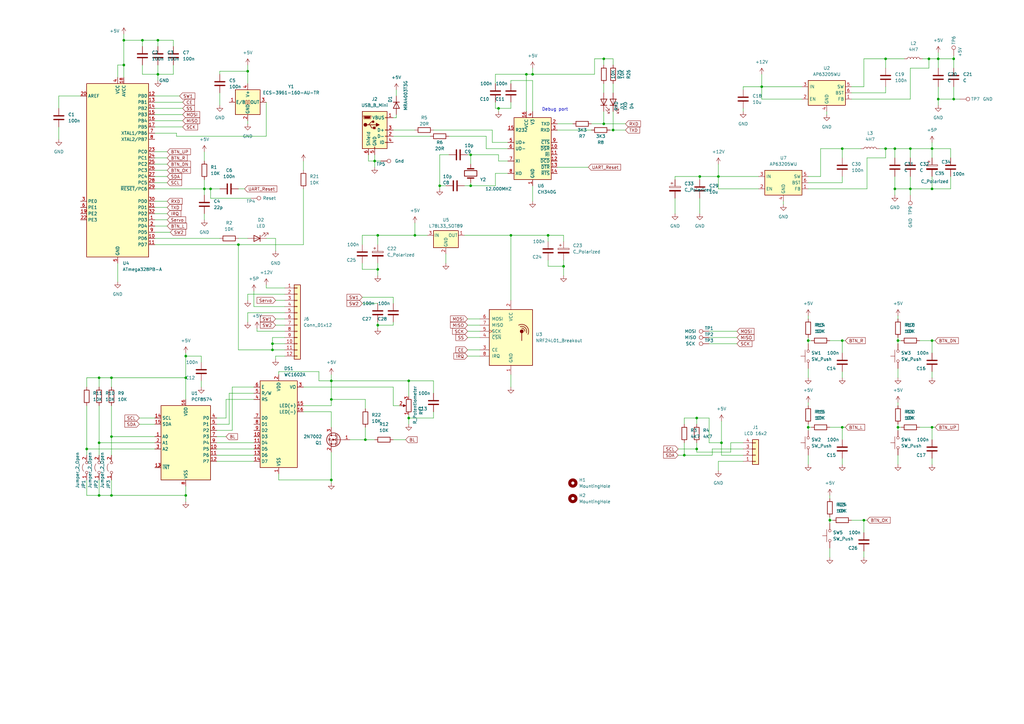
<source format=kicad_sch>
(kicad_sch (version 20250114) (generator "eeschema") (generator_version "9.0")
  (paper "A3")
  (lib_symbols
    (symbol "Connector:TestPoint" (pin_numbers (hide yes)) (pin_names (offset 0.762) (hide yes))
      (property "Reference" "TP" (at 0 6.858 0))
      (property "Value" "TestPoint" (at 0 5.08 0))
      (symbol "TestPoint_1_1"
        (pin passive line (at 0 0 90) (length 2.54) (name "1") (number "1"))
      )
    )
    (symbol "Connector:USB_B_Mini" (pin_names (offset 1.016))
      (property "Reference" "J" (at -5.08 11.43 0))
      (property "Value" "USB_B_Mini" (at -5.08 8.89 0))
      (symbol "USB_B_Mini_1_1"
        (pin passive line (at -2.54 -10.16 90) (length 2.54) (name "Shield") (number "6"))
        (pin power_out line (at 0 -10.16 90) (length 2.54) (name "GND") (number "5"))
        (pin power_out line (at 7.62 5.08 180) (length 2.54) (name "VBUS") (number "1"))
        (pin bidirectional line (at 7.62 0 180) (length 2.54) (name "D+") (number "3"))
        (pin bidirectional line (at 7.62 -2.54 180) (length 2.54) (name "D-") (number "2"))
        (pin passive line (at 7.62 -5.08 180) (length 2.54) (name "ID") (number "4"))
      )
    )
    (symbol "Connector_Generic:Conn_01x04" (pin_names (offset 1.016) (hide yes))
      (property "Reference" "J" (at 0 5.08 0))
      (property "Value" "Conn_01x04" (at 0 -7.62 0))
      (symbol "Conn_01x04_1_1"
        (pin passive line (at -5.08 2.54 0) (length 3.81) (name "Pin_1") (number "1"))
        (pin passive line (at -5.08 0 0) (length 3.81) (name "Pin_2") (number "2"))
        (pin passive line (at -5.08 -2.54 0) (length 3.81) (name "Pin_3") (number "3"))
        (pin passive line (at -5.08 -5.08 0) (length 3.81) (name "Pin_4") (number "4"))
      )
    )
    (symbol "Connector_Generic:Conn_01x12" (pin_names (offset 1.016) (hide yes))
      (property "Reference" "J" (at 0 15.24 0))
      (property "Value" "Conn_01x12" (at 0 -17.78 0))
      (symbol "Conn_01x12_1_1"
        (pin passive line (at -5.08 12.7 0) (length 3.81) (name "Pin_1") (number "1"))
        (pin passive line (at -5.08 10.16 0) (length 3.81) (name "Pin_2") (number "2"))
        (pin passive line (at -5.08 7.62 0) (length 3.81) (name "Pin_3") (number "3"))
        (pin passive line (at -5.08 5.08 0) (length 3.81) (name "Pin_4") (number "4"))
        (pin passive line (at -5.08 2.54 0) (length 3.81) (name "Pin_5") (number "5"))
        (pin passive line (at -5.08 0 0) (length 3.81) (name "Pin_6") (number "6"))
        (pin passive line (at -5.08 -2.54 0) (length 3.81) (name "Pin_7") (number "7"))
        (pin passive line (at -5.08 -5.08 0) (length 3.81) (name "Pin_8") (number "8"))
        (pin passive line (at -5.08 -7.62 0) (length 3.81) (name "Pin_9") (number "9"))
        (pin passive line (at -5.08 -10.16 0) (length 3.81) (name "Pin_10") (number "10"))
        (pin passive line (at -5.08 -12.7 0) (length 3.81) (name "Pin_11") (number "11"))
        (pin passive line (at -5.08 -15.24 0) (length 3.81) (name "Pin_12") (number "12"))
      )
    )
    (symbol "Device:C" (pin_numbers (hide yes)) (pin_names (offset 0.254))
      (property "Reference" "C" (at 0.635 2.54 0))
      (property "Value" "C" (at 0.635 -2.54 0))
      (symbol "C_1_1"
        (pin passive line (at 0 3.81 270) (length 2.794) (name "~") (number "1"))
        (pin passive line (at 0 -3.81 90) (length 2.794) (name "~") (number "2"))
      )
    )
    (symbol "Device:C_Polarized" (pin_numbers (hide yes)) (pin_names (offset 0.254))
      (property "Reference" "C" (at 0.635 2.54 0))
      (property "Value" "C_Polarized" (at 0.635 -2.54 0))
      (symbol "C_Polarized_1_1"
        (pin passive line (at 0 3.81 270) (length 2.794) (name "~") (number "1"))
        (pin passive line (at 0 -3.81 90) (length 2.794) (name "~") (number "2"))
      )
    )
    (symbol "Device:Crystal" (pin_numbers (hide yes)) (pin_names (offset 1.016) (hide yes))
      (property "Reference" "Y" (at 0 3.81 0))
      (property "Value" "Crystal" (at 0 -3.81 0))
      (symbol "Crystal_1_1"
        (pin passive line (at -3.81 0 0) (length 1.27) (name "1") (number "1"))
        (pin passive line (at 3.81 0 180) (length 1.27) (name "2") (number "2"))
      )
    )
    (symbol "Device:L" (pin_numbers (hide yes)) (pin_names (offset 1.016) (hide yes))
      (property "Reference" "L" (at -1.27 0 90))
      (property "Value" "L" (at 1.905 0 90))
      (symbol "L_1_1"
        (pin passive line (at 0 3.81 270) (length 1.27) (name "1") (number "1"))
        (pin passive line (at 0 -3.81 90) (length 1.27) (name "2") (number "2"))
      )
    )
    (symbol "Device:LED" (pin_numbers (hide yes)) (pin_names (offset 1.016) (hide yes))
      (property "Reference" "D" (at 0 2.54 0))
      (property "Value" "LED" (at 0 -2.54 0))
      (symbol "LED_1_1"
        (pin passive line (at -3.81 0 0) (length 2.54) (name "K") (number "1"))
        (pin passive line (at 3.81 0 180) (length 2.54) (name "A") (number "2"))
      )
    )
    (symbol "Device:R" (pin_numbers (hide yes)) (pin_names (offset 0))
      (property "Reference" "R" (at 2.032 0 90))
      (property "Value" "R" (at 0 0 90))
      (symbol "R_1_1"
        (pin passive line (at 0 3.81 270) (length 1.27) (name "~") (number "1"))
        (pin passive line (at 0 -3.81 90) (length 1.27) (name "~") (number "2"))
      )
    )
    (symbol "Device:R_Potentiometer" (pin_names (offset 1.016) (hide yes))
      (property "Reference" "RV" (at -4.445 0 90))
      (property "Value" "R_Potentiometer" (at -2.54 0 90))
      (symbol "R_Potentiometer_1_1"
        (pin passive line (at 0 3.81 270) (length 1.27) (name "1") (number "1"))
        (pin passive line (at 0 -3.81 90) (length 1.27) (name "3") (number "3"))
        (pin passive line (at 3.81 0 180) (length 1.27) (name "2") (number "2"))
      )
    )
    (symbol "Diode:MRA4003T3G" (pin_numbers (hide yes)) (pin_names (offset 1.016) (hide yes))
      (property "Reference" "D" (at 0 2.54 0))
      (property "Value" "MRA4003T3G" (at 0 -2.54 0))
      (symbol "MRA4003T3G_1_1"
        (pin passive line (at -3.81 0 0) (length 2.54) (name "K") (number "1"))
        (pin passive line (at 3.81 0 180) (length 2.54) (name "A") (number "2"))
      )
    )
    (symbol "Display_Character:WC1602A"
      (property "Reference" "DS" (at -5.842 19.05 0))
      (property "Value" "WC1602A" (at 5.334 19.05 0))
      (symbol "WC1602A_1_1"
        (pin input line (at -10.16 15.24 0) (length 2.54) (name "E") (number "6"))
        (pin input line (at -10.16 12.7 0) (length 2.54) (name "R/W") (number "5"))
        (pin input line (at -10.16 10.16 0) (length 2.54) (name "RS") (number "4"))
        (pin input line (at -10.16 2.54 0) (length 2.54) (name "D0") (number "7"))
        (pin input line (at -10.16 0 0) (length 2.54) (name "D1") (number "8"))
        (pin input line (at -10.16 -2.54 0) (length 2.54) (name "D2") (number "9"))
        (pin input line (at -10.16 -5.08 0) (length 2.54) (name "D3") (number "10"))
        (pin input line (at -10.16 -7.62 0) (length 2.54) (name "D4") (number "11"))
        (pin input line (at -10.16 -10.16 0) (length 2.54) (name "D5") (number "12"))
        (pin input line (at -10.16 -12.7 0) (length 2.54) (name "D6") (number "13"))
        (pin input line (at -10.16 -15.24 0) (length 2.54) (name "D7") (number "14"))
        (pin power_in line (at 0 20.32 270) (length 2.54) (name "VDD") (number "2"))
        (pin power_in line (at 0 -20.32 90) (length 2.54) (name "VSS") (number "1"))
        (pin input line (at 10.16 15.24 180) (length 2.54) (name "VO") (number "3"))
        (pin power_in line (at 10.16 7.62 180) (length 2.54) (name "LED(+)") (number "15"))
        (pin power_in line (at 10.16 5.08 180) (length 2.54) (name "LED(-)") (number "16"))
      )
    )
    (symbol "Interface_Expansion:PCF8574"
      (property "Reference" "U" (at -8.89 16.51 0))
      (property "Value" "PCF8574" (at 2.54 16.51 0))
      (symbol "PCF8574_1_1"
        (pin input line (at -12.7 10.16 0) (length 2.54) (name "SCL") (number "14"))
        (pin bidirectional line (at -12.7 7.62 0) (length 2.54) (name "SDA") (number "15"))
        (pin input line (at -12.7 2.54 0) (length 2.54) (name "A0") (number "1"))
        (pin input line (at -12.7 0 0) (length 2.54) (name "A1") (number "2"))
        (pin input line (at -12.7 -2.54 0) (length 2.54) (name "A2") (number "3"))
        (pin open_collector output_low (at -12.7 -10.16 0) (length 2.54) (name "~{INT}") (number "13"))
        (pin power_in line (at 0 17.78 270) (length 2.54) (name "VDD") (number "16"))
        (pin power_in line (at 0 -17.78 90) (length 2.54) (name "VSS") (number "8"))
        (pin bidirectional line (at 12.7 10.16 180) (length 2.54) (name "P0") (number "4"))
        (pin bidirectional line (at 12.7 7.62 180) (length 2.54) (name "P1") (number "5"))
        (pin bidirectional line (at 12.7 5.08 180) (length 2.54) (name "P2") (number "6"))
        (pin bidirectional line (at 12.7 2.54 180) (length 2.54) (name "P3") (number "7"))
        (pin bidirectional line (at 12.7 0 180) (length 2.54) (name "P4") (number "9"))
        (pin bidirectional line (at 12.7 -2.54 180) (length 2.54) (name "P5") (number "10"))
        (pin bidirectional line (at 12.7 -5.08 180) (length 2.54) (name "P6") (number "11"))
        (pin bidirectional line (at 12.7 -7.62 180) (length 2.54) (name "P7") (number "12"))
      )
    )
    (symbol "Interface_USB:CH340G"
      (property "Reference" "U" (at -5.08 13.97 0))
      (property "Value" "CH340G" (at 1.27 13.97 0))
      (symbol "CH340G_1_1"
        (pin input line (at -10.16 7.62 0) (length 2.54) (name "R232") (number "15"))
        (pin bidirectional line (at -10.16 2.54 0) (length 2.54) (name "UD+") (number "5"))
        (pin bidirectional line (at -10.16 0 0) (length 2.54) (name "UD-") (number "6"))
        (pin input line (at -10.16 -5.08 0) (length 2.54) (name "XI") (number "7"))
        (pin output line (at -10.16 -10.16 0) (length 2.54) (name "XO") (number "8"))
        (pin power_in line (at -2.54 15.24 270) (length 2.54) (name "VCC") (number "16"))
        (pin power_out line (at 0 15.24 270) (length 2.54) (name "V3") (number "4"))
        (pin power_in line (at 0 -15.24 90) (length 2.54) (name "GND") (number "1"))
        (pin output line (at 10.16 10.16 180) (length 2.54) (name "TXD") (number "2"))
        (pin input line (at 10.16 7.62 180) (length 2.54) (name "RXD") (number "3"))
        (pin input line (at 10.16 2.54 180) (length 2.54) (name "~{CTS}") (number "9"))
        (pin input line (at 10.16 0 180) (length 2.54) (name "~{DSR}") (number "10"))
        (pin input line (at 10.16 -2.54 180) (length 2.54) (name "~{RI}") (number "11"))
        (pin input line (at 10.16 -5.08 180) (length 2.54) (name "~{DCD}") (number "12"))
        (pin output line (at 10.16 -7.62 180) (length 2.54) (name "~{DTR}") (number "13"))
        (pin output line (at 10.16 -10.16 180) (length 2.54) (name "~{RTS}") (number "14"))
      )
    )
    (symbol "Jumper:Jumper_2_Open" (pin_names (offset 0) (hide yes))
      (property "Reference" "JP" (at 0 2.794 0))
      (property "Value" "Jumper_2_Open" (at 0 -2.286 0))
      (symbol "Jumper_2_Open_1_1"
        (pin passive line (at -5.08 0 0) (length 2.54) (name "A") (number "1"))
        (pin passive line (at 5.08 0 180) (length 2.54) (name "B") (number "2"))
      )
    )
    (symbol "MCU_Microchip_ATmega:ATmega328PB-A"
      (property "Reference" "U" (at -12.7 36.83 0))
      (property "Value" "ATmega328PB-A" (at 2.54 -36.83 0))
      (symbol "ATmega328PB-A_1_1"
        (pin passive line (at -15.24 30.48 0) (length 2.54) (name "AREF") (number "20"))
        (pin bidirectional line (at -15.24 -12.7 0) (length 2.54) (name "PE0") (number "3"))
        (pin bidirectional line (at -15.24 -15.24 0) (length 2.54) (name "PE1") (number "6"))
        (pin bidirectional line (at -15.24 -17.78 0) (length 2.54) (name "PE2") (number "19"))
        (pin bidirectional line (at -15.24 -20.32 0) (length 2.54) (name "PE3") (number "22"))
        (pin power_in line (at 0 38.1 270) (length 2.54) (name "VCC") (number "4"))
        (pin passive line (at 0 -38.1 90) (length 2.54) (hide yes) (name "GND") (number "21"))
        (pin power_in line (at 0 -38.1 90) (length 2.54) (name "GND") (number "5"))
        (pin power_in line (at 2.54 38.1 270) (length 2.54) (name "AVCC") (number "18"))
        (pin bidirectional line (at 15.24 30.48 180) (length 2.54) (name "PB0") (number "12"))
        (pin bidirectional line (at 15.24 27.94 180) (length 2.54) (name "PB1") (number "13"))
        (pin bidirectional line (at 15.24 25.4 180) (length 2.54) (name "PB2") (number "14"))
        (pin bidirectional line (at 15.24 22.86 180) (length 2.54) (name "PB3") (number "15"))
        (pin bidirectional line (at 15.24 20.32 180) (length 2.54) (name "PB4") (number "16"))
        (pin bidirectional line (at 15.24 17.78 180) (length 2.54) (name "PB5") (number "17"))
        (pin bidirectional line (at 15.24 15.24 180) (length 2.54) (name "XTAL1/PB6") (number "7"))
        (pin bidirectional line (at 15.24 12.7 180) (length 2.54) (name "XTAL2/PB7") (number "8"))
        (pin bidirectional line (at 15.24 7.62 180) (length 2.54) (name "PC0") (number "23"))
        (pin bidirectional line (at 15.24 5.08 180) (length 2.54) (name "PC1") (number "24"))
        (pin bidirectional line (at 15.24 2.54 180) (length 2.54) (name "PC2") (number "25"))
        (pin bidirectional line (at 15.24 0 180) (length 2.54) (name "PC3") (number "26"))
        (pin bidirectional line (at 15.24 -2.54 180) (length 2.54) (name "PC4") (number "27"))
        (pin bidirectional line (at 15.24 -5.08 180) (length 2.54) (name "PC5") (number "28"))
        (pin bidirectional line (at 15.24 -7.62 180) (length 2.54) (name "~{RESET}/PC6") (number "29"))
        (pin bidirectional line (at 15.24 -12.7 180) (length 2.54) (name "PD0") (number "30"))
        (pin bidirectional line (at 15.24 -15.24 180) (length 2.54) (name "PD1") (number "31"))
        (pin bidirectional line (at 15.24 -17.78 180) (length 2.54) (name "PD2") (number "32"))
        (pin bidirectional line (at 15.24 -20.32 180) (length 2.54) (name "PD3") (number "1"))
        (pin bidirectional line (at 15.24 -22.86 180) (length 2.54) (name "PD4") (number "2"))
        (pin bidirectional line (at 15.24 -25.4 180) (length 2.54) (name "PD5") (number "9"))
        (pin bidirectional line (at 15.24 -27.94 180) (length 2.54) (name "PD6") (number "10"))
        (pin bidirectional line (at 15.24 -30.48 180) (length 2.54) (name "PD7") (number "11"))
      )
    )
    (symbol "Mechanical:MountingHole" (pin_names (offset 1.016))
      (property "Reference" "H" (at 0 5.08 0))
      (property "Value" "MountingHole" (at 0 3.175 0))
    )
    (symbol "Oscillator:IQXO-70" (pin_names (offset 0.254))
      (property "Reference" "X" (at -5.08 6.35 0))
      (property "Value" "IQXO-70" (at 1.27 -6.35 0))
      (symbol "IQXO-70_1_1"
        (pin input line (at -7.62 0 0) (length 2.54) (name "E/B") (number "1"))
        (pin power_in line (at 0 7.62 270) (length 2.54) (name "V+") (number "4"))
        (pin power_in line (at 0 -7.62 90) (length 2.54) (name "GND") (number "2"))
        (pin output line (at 7.62 0 180) (length 2.54) (name "OUT") (number "3"))
      )
    )
    (symbol "RF:NRF24L01_Breakout" (pin_names (offset 1.016))
      (property "Reference" "U" (at -8.89 12.7 0))
      (property "Value" "NRF24L01_Breakout" (at 3.81 12.7 0))
      (symbol "NRF24L01_Breakout_1_1"
        (pin input line (at -12.7 7.62 0) (length 3.81) (name "MOSI") (number "6"))
        (pin output line (at -12.7 5.08 0) (length 3.81) (name "MISO") (number "7"))
        (pin input clock (at -12.7 2.54 0) (length 3.81) (name "SCK") (number "5"))
        (pin input line (at -12.7 0 0) (length 3.81) (name "~{CSN}") (number "4"))
        (pin input line (at -12.7 -5.08 0) (length 3.81) (name "CE") (number "3"))
        (pin output line (at -12.7 -7.62 0) (length 3.81) (name "IRQ") (number "8"))
        (pin power_in line (at 0 15.24 270) (length 3.81) (name "VCC") (number "2"))
        (pin power_in line (at 0 -15.24 90) (length 3.81) (name "GND") (number "1"))
      )
    )
    (symbol "Regulator_Linear:L78L33_SOT89" (pin_names (offset 0.254))
      (property "Reference" "U" (at -3.81 3.175 0))
      (property "Value" "L78L33_SOT89" (at -0.635 3.175 0))
      (symbol "L78L33_SOT89_1_1"
        (pin power_in line (at -7.62 0 0) (length 2.54) (name "IN") (number "3"))
        (pin power_in line (at 0 -7.62 90) (length 2.54) (name "GND") (number "2"))
        (pin power_out line (at 7.62 0 180) (length 2.54) (name "OUT") (number "1"))
      )
    )
    (symbol "Regulator_Switching:AP63205WU"
      (property "Reference" "U" (at -7.62 6.35 0))
      (property "Value" "AP63205WU" (at 2.54 6.35 0))
      (symbol "AP63205WU_1_1"
        (pin power_in line (at -10.16 2.54 0) (length 2.54) (name "IN") (number "3"))
        (pin input line (at -10.16 -2.54 0) (length 2.54) (name "EN") (number "2"))
        (pin power_in line (at 0 -7.62 90) (length 2.54) (name "GND") (number "4"))
        (pin output line (at 10.16 2.54 180) (length 2.54) (name "SW") (number "5"))
        (pin passive line (at 10.16 0 180) (length 2.54) (name "BST") (number "6"))
        (pin input line (at 10.16 -2.54 180) (length 2.54) (name "FB") (number "1"))
      )
    )
    (symbol "Switch:SW_Push" (pin_numbers (hide yes)) (pin_names (offset 1.016) (hide yes))
      (property "Reference" "SW" (at 1.27 2.54 0))
      (property "Value" "SW_Push" (at 0 -1.524 0))
      (symbol "SW_Push_0_1"
        (pin passive line (at -5.08 0 0) (length 2.54) (name "1") (number "1"))
        (pin passive line (at 5.08 0 180) (length 2.54) (name "2") (number "2"))
      )
    )
    (symbol "Transistor_FET:2N7002" (pin_names (hide yes))
      (property "Reference" "Q" (at 5.08 1.905 0))
      (property "Value" "2N7002" (at 5.08 0 0))
      (symbol "2N7002_1_1"
        (pin input line (at -5.08 0 0) (length 2.54) (name "G") (number "1"))
        (pin passive line (at 2.54 5.08 270) (length 2.54) (name "D") (number "3"))
        (pin passive line (at 2.54 -5.08 90) (length 2.54) (name "S") (number "2"))
      )
    )
    (symbol "power:+12V" (power) (pin_names (offset 0))
      (property "Value" "+12V" (at 0 3.556 0))
      (symbol "+12V_1_1"
        (pin power_in line (at 0 0 90) (length 0) (hide yes) (name "+12V") (number "1"))
      )
    )
    (symbol "power:+5P" (power) (pin_names (offset 0))
      (property "Value" "+5P" (at 0 3.556 0))
      (symbol "+5P_1_1"
        (pin power_in line (at 0 0 90) (length 0) (hide yes) (name "+5P") (number "1"))
      )
    )
    (symbol "power:+5V" (power) (pin_names (offset 0))
      (property "Value" "+5V" (at 0 3.556 0))
      (symbol "+5V_1_1"
        (pin power_in line (at 0 0 90) (length 0) (hide yes) (name "+5V") (number "1"))
      )
    )
    (symbol "power:GND" (power) (pin_names (offset 0))
      (property "Value" "GND" (at 0 -3.81 0))
      (symbol "GND_1_1"
        (pin power_in line (at 0 0 270) (length 0) (hide yes) (name "GND") (number "1"))
      )
    )
  )
  (text "Debug port" (at 222.25 45.72 0) (effects (font (size 1.27 1.27)) (justify left bottom)))
  (junction (at 154.94 96.52))
  (junction (at 35.56 184.15))
  (junction (at 384.81 40.64))
  (junction (at 76.2 154.94))
  (junction (at 215.9 30.48))
  (junction (at 83.82 77.47))
  (junction (at 167.64 171.45))
  (junction (at 382.27 60.96))
  (junction (at 193.04 76.2))
  (junction (at 135.89 163.83))
  (junction (at 381 24.13))
  (junction (at 154.94 133.35))
  (junction (at 280.67 186.69))
  (junction (at 345.44 175.26))
  (junction (at 45.72 203.2))
  (junction (at 101.6 29.21))
  (junction (at 218.44 30.48))
  (junction (at 340.36 213.36))
  (junction (at 294.64 72.39))
  (junction (at 247.65 24.13))
  (junction (at 251.46 53.34))
  (junction (at 295.91 181.61))
  (junction (at 64.77 16.51))
  (junction (at 384.81 24.13))
  (junction (at 312.42 35.56))
  (junction (at 50.8 26.67))
  (junction (at 193.04 63.5))
  (junction (at 153.67 66.04))
  (junction (at 285.75 171.45))
  (junction (at 40.64 154.94))
  (junction (at 58.42 16.51))
  (junction (at 135.89 156.21))
  (junction (at 382.27 139.7))
  (junction (at 247.65 50.8))
  (junction (at 167.64 156.21))
  (junction (at 391.16 24.13))
  (junction (at 76.2 203.2))
  (junction (at 368.3 139.7))
  (junction (at 209.55 96.52))
  (junction (at 40.64 181.61))
  (junction (at 331.47 139.7))
  (junction (at 111.76 140.97))
  (junction (at 50.8 16.51))
  (junction (at 363.22 24.13))
  (junction (at 354.33 213.36))
  (junction (at 204.47 44.45))
  (junction (at 64.77 30.48))
  (junction (at 231.14 109.22))
  (junction (at 111.76 143.51))
  (junction (at 40.64 203.2))
  (junction (at 135.89 196.85))
  (junction (at 86.36 77.47))
  (junction (at 287.02 72.39))
  (junction (at 224.79 96.52))
  (junction (at 76.2 146.05))
  (junction (at 382.27 77.47))
  (junction (at 45.72 179.07))
  (junction (at 391.16 40.64))
  (junction (at 367.03 77.47))
  (junction (at 45.72 154.94))
  (junction (at 345.44 60.96))
  (junction (at 345.44 139.7))
  (junction (at 373.38 60.96))
  (junction (at 170.18 96.52))
  (junction (at 149.86 180.34))
  (junction (at 363.22 60.96))
  (junction (at 285.75 184.15))
  (junction (at 154.94 110.49))
  (junction (at 97.79 100.33))
  (junction (at 368.3 175.26))
  (junction (at 367.03 60.96))
  (junction (at 373.38 77.47))
  (junction (at 331.47 175.26))
  (junction (at 180.34 76.2))
  (junction (at 382.27 175.26))
  (wire (pts (xy 201.93 58.42) (xy 208.28 58.42)))
  (wire (pts (xy 124.46 168.91) (xy 135.89 168.91)))
  (wire (pts (xy 88.9 179.07) (xy 92.71 179.07)))
  (wire (pts (xy 224.79 99.06) (xy 224.79 96.52)))
  (wire (pts (xy 114.3 153.67) (xy 114.3 152.4)))
  (wire (pts (xy 35.56 154.94) (xy 40.64 154.94)))
  (wire (pts (xy 354.33 213.36) (xy 354.33 218.44)))
  (wire (pts (xy 63.5 44.45) (xy 74.93 44.45)))
  (wire (pts (xy 154.94 132.08) (xy 154.94 133.35)))
  (wire (pts (xy 135.89 163.83) (xy 135.89 156.21)))
  (wire (pts (xy 367.03 72.39) (xy 367.03 77.47)))
  (wire (pts (xy 209.55 44.45) (xy 209.55 41.91)))
  (wire (pts (xy 204.47 63.5) (xy 204.47 66.04)))
  (wire (pts (xy 86.36 77.47) (xy 86.36 81.28)))
  (wire (pts (xy 109.22 97.79) (xy 113.03 97.79)))
  (wire (pts (xy 373.38 60.96) (xy 382.27 60.96)))
  (wire (pts (xy 114.3 196.85) (xy 135.89 196.85)))
  (wire (pts (xy 93.98 173.99) (xy 93.98 161.29)))
  (wire (pts (xy 180.34 76.2) (xy 182.88 76.2)))
  (wire (pts (xy 218.44 30.48) (xy 243.84 30.48)))
  (wire (pts (xy 167.64 171.45) (xy 167.64 173.99)))
  (wire (pts (xy 162.56 46.99) (xy 162.56 48.26)))
  (wire (pts (xy 109.22 41.91) (xy 109.22 55.88)))
  (wire (pts (xy 354.33 226.06) (xy 354.33 228.6)))
  (wire (pts (xy 50.8 16.51) (xy 50.8 13.97)))
  (wire (pts (xy 355.6 64.77) (xy 363.22 64.77)))
  (wire (pts (xy 154.94 100.33) (xy 154.94 96.52)))
  (wire (pts (xy 130.81 156.21) (xy 135.89 156.21)))
  (wire (pts (xy 40.64 158.75) (xy 40.64 154.94)))
  (wire (pts (xy 148.59 110.49) (xy 154.94 110.49)))
  (wire (pts (xy 76.2 146.05) (xy 76.2 154.94)))
  (wire (pts (xy 45.72 166.37) (xy 45.72 179.07)))
  (wire (pts (xy 63.5 92.71) (xy 68.58 92.71)))
  (wire (pts (xy 154.94 110.49) (xy 154.94 113.03)))
  (wire (pts (xy 50.8 26.67) (xy 50.8 16.51)))
  (wire (pts (xy 97.79 100.33) (xy 97.79 143.51)))
  (wire (pts (xy 83.82 77.47) (xy 86.36 77.47)))
  (wire (pts (xy 250.19 53.34) (xy 251.46 53.34)))
  (wire (pts (xy 72.39 55.88) (xy 72.39 54.61)))
  (wire (pts (xy 331.47 139.7) (xy 332.74 139.7)))
  (wire (pts (xy 184.15 55.88) (xy 199.39 55.88)))
  (wire (pts (xy 114.3 152.4) (xy 130.81 152.4)))
  (wire (pts (xy 340.36 139.7) (xy 345.44 139.7)))
  (wire (pts (xy 368.3 173.99) (xy 368.3 175.26)))
  (wire (pts (xy 224.79 106.68) (xy 224.79 109.22)))
  (wire (pts (xy 97.79 143.51) (xy 111.76 143.51)))
  (wire (pts (xy 109.22 55.88) (xy 72.39 55.88)))
  (wire (pts (xy 88.9 184.15) (xy 104.14 184.15)))
  (wire (pts (xy 63.5 87.63) (xy 68.58 87.63)))
  (wire (pts (xy 373.38 72.39) (xy 373.38 77.47)))
  (wire (pts (xy 177.8 171.45) (xy 167.64 171.45)))
  (wire (pts (xy 35.56 184.15) (xy 63.5 184.15)))
  (wire (pts (xy 63.5 41.91) (xy 74.93 41.91)))
  (wire (pts (xy 191.77 143.51) (xy 196.85 143.51)))
  (wire (pts (xy 382.27 60.96) (xy 389.89 60.96)))
  (wire (pts (xy 193.04 63.5) (xy 204.47 63.5)))
  (wire (pts (xy 304.8 181.61) (xy 299.72 181.61)))
  (wire (pts (xy 373.38 60.96) (xy 373.38 64.77)))
  (wire (pts (xy 45.72 179.07) (xy 63.5 179.07)))
  (wire (pts (xy 294.64 72.39) (xy 294.64 77.47)))
  (wire (pts (xy 349.25 213.36) (xy 354.33 213.36)))
  (wire (pts (xy 340.36 213.36) (xy 341.63 213.36)))
  (wire (pts (xy 167.64 162.56) (xy 167.64 156.21)))
  (wire (pts (xy 154.94 96.52) (xy 170.18 96.52)))
  (wire (pts (xy 114.3 194.31) (xy 114.3 196.85)))
  (wire (pts (xy 340.36 213.36) (xy 340.36 214.63)))
  (wire (pts (xy 50.8 16.51) (xy 58.42 16.51)))
  (wire (pts (xy 177.8 53.34) (xy 201.93 53.34)))
  (wire (pts (xy 191.77 135.89) (xy 196.85 135.89)))
  (wire (pts (xy 367.03 60.96) (xy 373.38 60.96)))
  (wire (pts (xy 251.46 34.29) (xy 251.46 38.1)))
  (wire (pts (xy 161.29 133.35) (xy 154.94 133.35)))
  (wire (pts (xy 218.44 76.2) (xy 218.44 82.55)))
  (wire (pts (xy 101.6 123.19) (xy 101.6 120.65)))
  (wire (pts (xy 208.28 71.12) (xy 203.2 71.12)))
  (wire (pts (xy 292.1 186.69) (xy 292.1 184.15)))
  (wire (pts (xy 63.5 72.39) (xy 68.58 72.39)))
  (wire (pts (xy 280.67 186.69) (xy 292.1 186.69)))
  (wire (pts (xy 367.03 77.47) (xy 367.03 80.01)))
  (wire (pts (xy 95.25 176.53) (xy 95.25 158.75)))
  (wire (pts (xy 389.89 64.77) (xy 389.89 60.96)))
  (wire (pts (xy 382.27 175.26) (xy 382.27 180.34)))
  (wire (pts (xy 247.65 24.13) (xy 251.46 24.13)))
  (wire (pts (xy 76.2 199.39) (xy 76.2 203.2)))
  (wire (pts (xy 193.04 67.31) (xy 193.04 63.5)))
  (wire (pts (xy 242.57 50.8) (xy 247.65 50.8)))
  (wire (pts (xy 321.31 82.55) (xy 321.31 83.82)))
  (wire (pts (xy 391.16 22.86) (xy 391.16 24.13)))
  (wire (pts (xy 64.77 16.51) (xy 71.12 16.51)))
  (wire (pts (xy 35.56 203.2) (xy 40.64 203.2)))
  (wire (pts (xy 368.3 175.26) (xy 369.57 175.26)))
  (wire (pts (xy 285.75 171.45) (xy 290.83 171.45)))
  (wire (pts (xy 391.16 24.13) (xy 391.16 27.94)))
  (wire (pts (xy 336.55 72.39) (xy 336.55 60.96)))
  (wire (pts (xy 215.9 30.48) (xy 215.9 45.72)))
  (wire (pts (xy 135.89 156.21) (xy 167.64 156.21)))
  (wire (pts (xy 243.84 24.13) (xy 247.65 24.13)))
  (wire (pts (xy 95.25 158.75) (xy 104.14 158.75)))
  (wire (pts (xy 101.6 29.21) (xy 101.6 34.29)))
  (wire (pts (xy 290.83 140.97) (xy 302.26 140.97)))
  (wire (pts (xy 384.81 21.59) (xy 384.81 24.13)))
  (wire (pts (xy 384.81 24.13) (xy 384.81 27.94)))
  (wire (pts (xy 191.77 63.5) (xy 193.04 63.5)))
  (wire (pts (xy 161.29 132.08) (xy 161.29 133.35)))
  (wire (pts (xy 218.44 27.94) (xy 218.44 30.48)))
  (wire (pts (xy 285.75 185.42) (xy 285.75 184.15)))
  (wire (pts (xy 204.47 44.45) (xy 204.47 45.72)))
  (wire (pts (xy 102.87 81.28) (xy 86.36 81.28)))
  (wire (pts (xy 384.81 40.64) (xy 391.16 40.64)))
  (wire (pts (xy 331.47 74.93) (xy 345.44 74.93)))
  (wire (pts (xy 331.47 186.69) (xy 331.47 190.5)))
  (wire (pts (xy 113.03 133.35) (xy 116.84 133.35)))
  (wire (pts (xy 373.38 40.64) (xy 349.25 40.64)))
  (wire (pts (xy 224.79 96.52) (xy 209.55 96.52)))
  (wire (pts (xy 182.88 104.14) (xy 182.88 107.95)))
  (wire (pts (xy 113.03 146.05) (xy 113.03 147.32)))
  (wire (pts (xy 105.41 135.89) (xy 105.41 134.62)))
  (wire (pts (xy 247.65 45.72) (xy 247.65 50.8)))
  (wire (pts (xy 63.5 77.47) (xy 83.82 77.47)))
  (wire (pts (xy 231.14 99.06) (xy 231.14 96.52)))
  (wire (pts (xy 124.46 166.37) (xy 135.89 166.37)))
  (wire (pts (xy 373.38 27.94) (xy 373.38 40.64)))
  (wire (pts (xy 363.22 60.96) (xy 367.03 60.96)))
  (wire (pts (xy 190.5 96.52) (xy 209.55 96.52)))
  (wire (pts (xy 124.46 66.04) (xy 124.46 69.85)))
  (wire (pts (xy 191.77 138.43) (xy 196.85 138.43)))
  (wire (pts (xy 177.8 161.29) (xy 177.8 156.21)))
  (wire (pts (xy 276.86 73.66) (xy 276.86 72.39)))
  (wire (pts (xy 345.44 60.96) (xy 353.06 60.96)))
  (wire (pts (xy 101.6 128.27) (xy 101.6 132.08)))
  (wire (pts (xy 113.03 97.79) (xy 113.03 102.87)))
  (wire (pts (xy 135.89 168.91) (xy 135.89 175.26)))
  (wire (pts (xy 149.86 167.64) (xy 149.86 163.83)))
  (wire (pts (xy 97.79 77.47) (xy 100.33 77.47)))
  (wire (pts (xy 180.34 63.5) (xy 184.15 63.5)))
  (wire (pts (xy 331.47 139.7) (xy 331.47 140.97)))
  (wire (pts (xy 382.27 139.7) (xy 383.54 139.7)))
  (wire (pts (xy 294.64 77.47) (xy 311.15 77.47)))
  (wire (pts (xy 63.5 100.33) (xy 97.79 100.33)))
  (wire (pts (xy 231.14 109.22) (xy 231.14 106.68)))
  (wire (pts (xy 64.77 30.48) (xy 64.77 33.02)))
  (wire (pts (xy 384.81 40.64) (xy 384.81 43.18)))
  (wire (pts (xy 349.25 35.56) (xy 354.33 35.56)))
  (wire (pts (xy 101.6 49.53) (xy 101.6 50.8)))
  (wire (pts (xy 111.76 143.51) (xy 116.84 143.51)))
  (wire (pts (xy 135.89 156.21) (xy 135.89 153.67)))
  (wire (pts (xy 280.67 171.45) (xy 285.75 171.45)))
  (wire (pts (xy 135.89 196.85) (xy 135.89 198.12)))
  (wire (pts (xy 203.2 44.45) (xy 204.47 44.45)))
  (wire (pts (xy 63.5 62.23) (xy 68.58 62.23)))
  (wire (pts (xy 299.72 181.61) (xy 299.72 185.42)))
  (wire (pts (xy 199.39 60.96) (xy 208.28 60.96)))
  (wire (pts (xy 304.8 35.56) (xy 304.8 36.83)))
  (wire (pts (xy 167.64 170.18) (xy 167.64 171.45)))
  (wire (pts (xy 199.39 55.88) (xy 199.39 60.96)))
  (wire (pts (xy 63.5 74.93) (xy 68.58 74.93)))
  (wire (pts (xy 345.44 139.7) (xy 346.71 139.7)))
  (wire (pts (xy 71.12 19.05) (xy 71.12 16.51)))
  (wire (pts (xy 83.82 77.47) (xy 83.82 73.66)))
  (wire (pts (xy 45.72 154.94) (xy 76.2 154.94)))
  (wire (pts (xy 224.79 109.22) (xy 231.14 109.22)))
  (wire (pts (xy 191.77 133.35) (xy 196.85 133.35)))
  (wire (pts (xy 294.64 189.23) (xy 304.8 189.23)))
  (wire (pts (xy 278.13 186.69) (xy 280.67 186.69)))
  (wire (pts (xy 345.44 187.96) (xy 345.44 190.5)))
  (wire (pts (xy 64.77 30.48) (xy 64.77 26.67)))
  (wire (pts (xy 285.75 171.45) (xy 285.75 173.99)))
  (wire (pts (xy 176.53 55.88) (xy 161.29 55.88)))
  (wire (pts (xy 97.79 97.79) (xy 101.6 97.79)))
  (wire (pts (xy 88.9 181.61) (xy 104.14 181.61)))
  (wire (pts (xy 377.19 139.7) (xy 382.27 139.7)))
  (wire (pts (xy 276.86 72.39) (xy 287.02 72.39)))
  (wire (pts (xy 45.72 179.07) (xy 45.72 186.69)))
  (wire (pts (xy 83.82 62.23) (xy 83.82 66.04)))
  (wire (pts (xy 340.36 212.09) (xy 340.36 213.36)))
  (wire (pts (xy 63.5 67.31) (xy 68.58 67.31)))
  (wire (pts (xy 381 24.13) (xy 384.81 24.13)))
  (wire (pts (xy 151.13 63.5) (xy 151.13 66.04)))
  (wire (pts (xy 45.72 196.85) (xy 45.72 203.2)))
  (wire (pts (xy 382.27 77.47) (xy 373.38 77.47)))
  (wire (pts (xy 35.56 166.37) (xy 35.56 184.15)))
  (wire (pts (xy 111.76 140.97) (xy 111.76 143.51)))
  (wire (pts (xy 368.3 165.1) (xy 368.3 166.37)))
  (wire (pts (xy 294.64 72.39) (xy 287.02 72.39)))
  (wire (pts (xy 40.64 166.37) (xy 40.64 181.61)))
  (wire (pts (xy 354.33 213.36) (xy 355.6 213.36)))
  (wire (pts (xy 116.84 128.27) (xy 101.6 128.27)))
  (wire (pts (xy 88.9 189.23) (xy 104.14 189.23)))
  (wire (pts (xy 340.36 224.79) (xy 340.36 228.6)))
  (wire (pts (xy 82.55 156.21) (xy 82.55 158.75)))
  (wire (pts (xy 104.14 163.83) (xy 92.71 163.83)))
  (wire (pts (xy 328.93 35.56) (xy 312.42 35.56)))
  (wire (pts (xy 45.72 203.2) (xy 76.2 203.2)))
  (wire (pts (xy 149.86 180.34) (xy 153.67 180.34)))
  (wire (pts (xy 345.44 175.26) (xy 346.71 175.26)))
  (wire (pts (xy 331.47 138.43) (xy 331.47 139.7)))
  (wire (pts (xy 116.84 135.89) (xy 105.41 135.89)))
  (wire (pts (xy 382.27 60.96) (xy 382.27 64.77)))
  (wire (pts (xy 345.44 139.7) (xy 345.44 144.78)))
  (wire (pts (xy 35.56 158.75) (xy 35.56 154.94)))
  (wire (pts (xy 153.67 66.04) (xy 153.67 68.58)))
  (wire (pts (xy 154.94 110.49) (xy 154.94 107.95)))
  (wire (pts (xy 24.13 52.07) (xy 24.13 57.15)))
  (wire (pts (xy 63.5 69.85) (xy 68.58 69.85)))
  (wire (pts (xy 203.2 71.12) (xy 203.2 76.2)))
  (wire (pts (xy 48.26 31.75) (xy 48.26 26.67)))
  (wire (pts (xy 148.59 100.33) (xy 148.59 96.52)))
  (wire (pts (xy 203.2 34.29) (xy 203.2 30.48)))
  (wire (pts (xy 290.83 171.45) (xy 290.83 181.61)))
  (wire (pts (xy 72.39 54.61) (xy 63.5 54.61)))
  (wire (pts (xy 391.16 35.56) (xy 391.16 40.64)))
  (wire (pts (xy 349.25 38.1) (xy 363.22 38.1)))
  (wire (pts (xy 40.64 196.85) (xy 40.64 203.2)))
  (wire (pts (xy 345.44 175.26) (xy 345.44 180.34)))
  (wire (pts (xy 382.27 139.7) (xy 382.27 144.78)))
  (wire (pts (xy 50.8 26.67) (xy 50.8 31.75)))
  (wire (pts (xy 63.5 85.09) (xy 68.58 85.09)))
  (wire (pts (xy 90.17 29.21) (xy 101.6 29.21)))
  (wire (pts (xy 154.94 133.35) (xy 154.94 134.62)))
  (wire (pts (xy 83.82 77.47) (xy 83.82 80.01)))
  (wire (pts (xy 382.27 77.47) (xy 389.89 77.47)))
  (wire (pts (xy 204.47 66.04) (xy 208.28 66.04)))
  (wire (pts (xy 378.46 24.13) (xy 381 24.13)))
  (wire (pts (xy 251.46 45.72) (xy 251.46 53.34)))
  (wire (pts (xy 331.47 175.26) (xy 332.74 175.26)))
  (wire (pts (xy 48.26 26.67) (xy 50.8 26.67)))
  (wire (pts (xy 287.02 72.39) (xy 287.02 73.66)))
  (wire (pts (xy 355.6 77.47) (xy 331.47 77.47)))
  (wire (pts (xy 368.3 138.43) (xy 368.3 139.7)))
  (wire (pts (xy 331.47 173.99) (xy 331.47 175.26)))
  (wire (pts (xy 149.86 163.83) (xy 135.89 163.83)))
  (wire (pts (xy 285.75 181.61) (xy 285.75 184.15)))
  (wire (pts (xy 76.2 146.05) (xy 82.55 146.05)))
  (wire (pts (xy 384.81 35.56) (xy 384.81 40.64)))
  (wire (pts (xy 63.5 52.07) (xy 74.93 52.07)))
  (wire (pts (xy 161.29 53.34) (xy 170.18 53.34)))
  (wire (pts (xy 290.83 135.89) (xy 302.26 135.89)))
  (wire (pts (xy 299.72 185.42) (xy 285.75 185.42)))
  (wire (pts (xy 345.44 74.93) (xy 345.44 72.39)))
  (wire (pts (xy 40.64 181.61) (xy 40.64 186.69)))
  (wire (pts (xy 90.17 38.1) (xy 90.17 43.18)))
  (wire (pts (xy 116.84 118.11) (xy 109.22 118.11)))
  (wire (pts (xy 251.46 53.34) (xy 256.54 53.34)))
  (wire (pts (xy 381 24.13) (xy 381 27.94)))
  (wire (pts (xy 116.84 146.05) (xy 113.03 146.05)))
  (wire (pts (xy 331.47 151.13) (xy 331.47 154.94)))
  (wire (pts (xy 363.22 24.13) (xy 370.84 24.13)))
  (wire (pts (xy 191.77 130.81) (xy 196.85 130.81)))
  (wire (pts (xy 88.9 176.53) (xy 95.25 176.53)))
  (wire (pts (xy 280.67 173.99) (xy 280.67 171.45)))
  (wire (pts (xy 45.72 158.75) (xy 45.72 154.94)))
  (wire (pts (xy 243.84 30.48) (xy 243.84 24.13)))
  (wire (pts (xy 290.83 138.43) (xy 302.26 138.43)))
  (wire (pts (xy 135.89 185.42) (xy 135.89 196.85)))
  (wire (pts (xy 354.33 24.13) (xy 363.22 24.13)))
  (wire (pts (xy 64.77 19.05) (xy 64.77 16.51)))
  (wire (pts (xy 247.65 50.8) (xy 256.54 50.8)))
  (wire (pts (xy 304.8 44.45) (xy 304.8 45.72)))
  (wire (pts (xy 104.14 119.38) (xy 104.14 125.73)))
  (wire (pts (xy 63.5 46.99) (xy 74.93 46.99)))
  (wire (pts (xy 63.5 181.61) (xy 40.64 181.61)))
  (wire (pts (xy 382.27 72.39) (xy 382.27 77.47)))
  (wire (pts (xy 331.47 175.26) (xy 331.47 176.53)))
  (wire (pts (xy 97.79 100.33) (xy 124.46 100.33)))
  (wire (pts (xy 294.64 189.23) (xy 294.64 193.04)))
  (wire (pts (xy 170.18 96.52) (xy 175.26 96.52)))
  (wire (pts (xy 292.1 184.15) (xy 304.8 184.15)))
  (wire (pts (xy 389.89 72.39) (xy 389.89 77.47)))
  (wire (pts (xy 373.38 80.01) (xy 373.38 77.47)))
  (wire (pts (xy 203.2 30.48) (xy 215.9 30.48)))
  (wire (pts (xy 311.15 72.39) (xy 294.64 72.39)))
  (wire (pts (xy 116.84 138.43) (xy 111.76 138.43)))
  (wire (pts (xy 63.5 82.55) (xy 68.58 82.55)))
  (wire (pts (xy 90.17 30.48) (xy 90.17 29.21)))
  (wire (pts (xy 228.6 53.34) (xy 242.57 53.34)))
  (wire (pts (xy 93.98 161.29) (xy 104.14 161.29)))
  (wire (pts (xy 382.27 187.96) (xy 382.27 190.5)))
  (wire (pts (xy 124.46 158.75) (xy 161.29 158.75)))
  (wire (pts (xy 312.42 40.64) (xy 328.93 40.64)))
  (wire (pts (xy 203.2 41.91) (xy 203.2 44.45)))
  (wire (pts (xy 92.71 171.45) (xy 88.9 171.45)))
  (wire (pts (xy 295.91 186.69) (xy 304.8 186.69)))
  (wire (pts (xy 58.42 30.48) (xy 64.77 30.48)))
  (wire (pts (xy 228.6 68.58) (xy 241.3 68.58)))
  (wire (pts (xy 294.64 67.31) (xy 294.64 72.39)))
  (wire (pts (xy 40.64 154.94) (xy 45.72 154.94)))
  (wire (pts (xy 113.03 130.81) (xy 116.84 130.81)))
  (wire (pts (xy 104.14 125.73) (xy 116.84 125.73)))
  (wire (pts (xy 363.22 38.1) (xy 363.22 35.56)))
  (wire (pts (xy 295.91 172.72) (xy 295.91 181.61)))
  (wire (pts (xy 63.5 49.53) (xy 74.93 49.53)))
  (wire (pts (xy 231.14 109.22) (xy 231.14 113.03)))
  (wire (pts (xy 71.12 26.67) (xy 71.12 30.48)))
  (wire (pts (xy 204.47 44.45) (xy 209.55 44.45)))
  (wire (pts (xy 382.27 58.42) (xy 382.27 60.96)))
  (wire (pts (xy 209.55 153.67) (xy 209.55 158.75)))
  (wire (pts (xy 24.13 39.37) (xy 24.13 44.45)))
  (wire (pts (xy 391.16 40.64) (xy 393.7 40.64)))
  (wire (pts (xy 345.44 60.96) (xy 345.44 64.77)))
  (wire (pts (xy 33.02 39.37) (xy 24.13 39.37)))
  (wire (pts (xy 368.3 175.26) (xy 368.3 176.53)))
  (wire (pts (xy 161.29 166.37) (xy 163.83 166.37)))
  (wire (pts (xy 193.04 76.2) (xy 190.5 76.2)))
  (wire (pts (xy 247.65 26.67) (xy 247.65 24.13)))
  (wire (pts (xy 148.59 121.92) (xy 161.29 121.92)))
  (wire (pts (xy 109.22 118.11) (xy 109.22 116.84)))
  (wire (pts (xy 345.44 152.4) (xy 345.44 154.94)))
  (wire (pts (xy 88.9 186.69) (xy 104.14 186.69)))
  (wire (pts (xy 57.15 171.45) (xy 63.5 171.45)))
  (wire (pts (xy 228.6 50.8) (xy 234.95 50.8)))
  (wire (pts (xy 71.12 30.48) (xy 64.77 30.48)))
  (wire (pts (xy 295.91 181.61) (xy 295.91 186.69)))
  (wire (pts (xy 101.6 120.65) (xy 116.84 120.65)))
  (wire (pts (xy 331.47 165.1) (xy 331.47 166.37)))
  (wire (pts (xy 63.5 95.25) (xy 69.85 95.25)))
  (wire (pts (xy 354.33 35.56) (xy 354.33 24.13)))
  (wire (pts (xy 170.18 91.44) (xy 170.18 96.52)))
  (wire (pts (xy 363.22 60.96) (xy 363.22 64.77)))
  (wire (pts (xy 340.36 203.2) (xy 340.36 204.47)))
  (wire (pts (xy 162.56 36.83) (xy 162.56 39.37)))
  (wire (pts (xy 148.59 96.52) (xy 154.94 96.52)))
  (wire (pts (xy 209.55 34.29) (xy 209.55 33.02)))
  (wire (pts (xy 86.36 77.47) (xy 90.17 77.47)))
  (wire (pts (xy 368.3 129.54) (xy 368.3 130.81)))
  (wire (pts (xy 177.8 168.91) (xy 177.8 171.45)))
  (wire (pts (xy 209.55 96.52) (xy 209.55 123.19)))
  (wire (pts (xy 355.6 64.77) (xy 355.6 77.47)))
  (wire (pts (xy 287.02 81.28) (xy 287.02 87.63)))
  (wire (pts (xy 92.71 163.83) (xy 92.71 171.45)))
  (wire (pts (xy 124.46 77.47) (xy 124.46 100.33)))
  (wire (pts (xy 377.19 175.26) (xy 382.27 175.26)))
  (wire (pts (xy 382.27 152.4) (xy 382.27 154.94)))
  (wire (pts (xy 148.59 124.46) (xy 154.94 124.46)))
  (wire (pts (xy 35.56 196.85) (xy 35.56 203.2)))
  (wire (pts (xy 218.44 33.02) (xy 218.44 45.72)))
  (wire (pts (xy 88.9 173.99) (xy 93.98 173.99)))
  (wire (pts (xy 231.14 96.52) (xy 224.79 96.52)))
  (wire (pts (xy 312.42 35.56) (xy 312.42 40.64)))
  (wire (pts (xy 111.76 138.43) (xy 111.76 140.97)))
  (wire (pts (xy 64.77 16.51) (xy 58.42 16.51)))
  (wire (pts (xy 384.81 24.13) (xy 391.16 24.13)))
  (wire (pts (xy 336.55 60.96) (xy 345.44 60.96)))
  (wire (pts (xy 151.13 66.04) (xy 153.67 66.04)))
  (wire (pts (xy 116.84 140.97) (xy 111.76 140.97)))
  (wire (pts (xy 373.38 27.94) (xy 381 27.94)))
  (wire (pts (xy 130.81 152.4) (xy 130.81 156.21)))
  (wire (pts (xy 57.15 173.99) (xy 63.5 173.99)))
  (wire (pts (xy 278.13 184.15) (xy 285.75 184.15)))
  (wire (pts (xy 63.5 97.79) (xy 90.17 97.79)))
  (wire (pts (xy 153.67 63.5) (xy 153.67 66.04)))
  (wire (pts (xy 76.2 144.78) (xy 76.2 146.05)))
  (wire (pts (xy 180.34 76.2) (xy 180.34 77.47)))
  (wire (pts (xy 135.89 166.37) (xy 135.89 163.83)))
  (wire (pts (xy 177.8 156.21) (xy 167.64 156.21)))
  (wire (pts (xy 331.47 72.39) (xy 336.55 72.39)))
  (wire (pts (xy 161.29 180.34) (xy 166.37 180.34)))
  (wire (pts (xy 76.2 154.94) (xy 76.2 163.83)))
  (wire (pts (xy 340.36 175.26) (xy 345.44 175.26)))
  (wire (pts (xy 63.5 64.77) (xy 68.58 64.77)))
  (wire (pts (xy 193.04 74.93) (xy 193.04 76.2)))
  (wire (pts (xy 83.82 87.63) (xy 83.82 90.17)))
  (wire (pts (xy 331.47 129.54) (xy 331.47 130.81)))
  (wire (pts (xy 161.29 48.26) (xy 162.56 48.26)))
  (wire (pts (xy 209.55 33.02) (xy 218.44 33.02)))
  (wire (pts (xy 368.3 151.13) (xy 368.3 154.94)))
  (wire (pts (xy 215.9 30.48) (xy 218.44 30.48)))
  (wire (pts (xy 161.29 158.75) (xy 161.29 166.37)))
  (wire (pts (xy 63.5 39.37) (xy 73.66 39.37)))
  (wire (pts (xy 161.29 121.92) (xy 161.29 124.46)))
  (wire (pts (xy 40.64 203.2) (xy 45.72 203.2)))
  (wire (pts (xy 191.77 146.05) (xy 196.85 146.05)))
  (wire (pts (xy 312.42 35.56) (xy 304.8 35.56)))
  (wire (pts (xy 339.09 45.72) (xy 339.09 46.99)))
  (wire (pts (xy 63.5 90.17) (xy 68.58 90.17)))
  (wire (pts (xy 180.34 63.5) (xy 180.34 76.2)))
  (wire (pts (xy 201.93 53.34) (xy 201.93 58.42)))
  (wire (pts (xy 368.3 139.7) (xy 368.3 140.97)))
  (wire (pts (xy 247.65 34.29) (xy 247.65 38.1)))
  (wire (pts (xy 368.3 139.7) (xy 369.57 139.7)))
  (wire (pts (xy 363.22 24.13) (xy 363.22 27.94)))
  (wire (pts (xy 148.59 107.95) (xy 148.59 110.49)))
  (wire (pts (xy 251.46 24.13) (xy 251.46 26.67)))
  (wire (pts (xy 101.6 26.67) (xy 101.6 29.21)))
  (wire (pts (xy 276.86 81.28) (xy 276.86 87.63)))
  (wire (pts (xy 280.67 181.61) (xy 280.67 186.69)))
  (wire (pts (xy 48.26 107.95) (xy 48.26 115.57)))
  (wire (pts (xy 76.2 203.2) (xy 76.2 205.74)))
  (wire (pts (xy 113.03 123.19) (xy 116.84 123.19)))
  (wire (pts (xy 203.2 76.2) (xy 193.04 76.2)))
  (wire (pts (xy 360.68 60.96) (xy 363.22 60.96)))
  (wire (pts (xy 153.67 66.04) (xy 156.21 66.04)))
  (wire (pts (xy 312.42 30.48) (xy 312.42 35.56)))
  (wire (pts (xy 368.3 186.69) (xy 368.3 190.5)))
  (wire (pts (xy 35.56 184.15) (xy 35.56 186.69)))
  (wire (pts (xy 382.27 175.26) (xy 383.54 175.26)))
  (wire (pts (xy 367.03 77.47) (xy 373.38 77.47)))
  (wire (pts (xy 82.55 148.59) (xy 82.55 146.05)))
  (wire (pts (xy 58.42 26.67) (xy 58.42 30.48)))
  (wire (pts (xy 149.86 175.26) (xy 149.86 180.34)))
  (wire (pts (xy 143.51 180.34) (xy 149.86 180.34)))
  (wire (pts (xy 58.42 19.05) (xy 58.42 16.51)))
  (wire (pts (xy 290.83 181.61) (xy 295.91 181.61)))
  (wire (pts (xy 367.03 60.96) (xy 367.03 64.77)))
  (global_label "SDA" (shape input) (at 57.15 173.99 180) (property "Intersheetrefs" "${INTERSHEET_REFS}" (effects (hide yes))))
  (global_label "IRQ" (shape input) (at 68.58 87.63 0) (property "Intersheetrefs" "${INTERSHEET_REFS}" (effects (hide yes))))
  (global_label "BL" (shape input) (at 92.71 179.07 0) (property "Intersheetrefs" "${INTERSHEET_REFS}" (effects (hide yes))))
  (global_label "IRQ" (shape input) (at 191.77 146.05 180) (property "Intersheetrefs" "${INTERSHEET_REFS}" (effects (hide yes))))
  (global_label "SDA" (shape input) (at 278.13 186.69 180) (property "Intersheetrefs" "${INTERSHEET_REFS}" (effects (hide yes))))
  (global_label "MOSI" (shape input) (at 302.26 135.89 0) (property "Intersheetrefs" "${INTERSHEET_REFS}" (effects (hide yes))))
  (global_label "SDA" (shape input) (at 68.58 72.39 0) (property "Intersheetrefs" "${INTERSHEET_REFS}" (effects (hide yes))))
  (global_label "BTN_L" (shape input) (at 346.71 175.26 0) (property "Intersheetrefs" "${INTERSHEET_REFS}" (effects (hide yes))))
  (global_label "CE" (shape input) (at 191.77 143.51 180) (property "Intersheetrefs" "${INTERSHEET_REFS}" (effects (hide yes))))
  (global_label "SS" (shape input) (at 74.93 44.45 0) (property "Intersheetrefs" "${INTERSHEET_REFS}" (effects (hide yes))))
  (global_label "MISO" (shape input) (at 74.93 49.53 0) (property "Intersheetrefs" "${INTERSHEET_REFS}" (effects (hide yes))))
  (global_label "MOSI" (shape input) (at 74.93 46.99 0) (property "Intersheetrefs" "${INTERSHEET_REFS}" (effects (hide yes))))
  (global_label "SCL" (shape input) (at 57.15 171.45 180) (property "Intersheetrefs" "${INTERSHEET_REFS}" (effects (hide yes))))
  (global_label "BTN_DN" (shape input) (at 383.54 139.7 0) (property "Intersheetrefs" "${INTERSHEET_REFS}" (effects (hide yes))))
  (global_label "BTN_L" (shape input) (at 68.58 92.71 0) (property "Intersheetrefs" "${INTERSHEET_REFS}" (effects (hide yes))))
  (global_label "SW1" (shape input) (at 113.03 130.81 180) (property "Intersheetrefs" "${INTERSHEET_REFS}" (effects (hide yes))))
  (global_label "SCK" (shape input) (at 302.26 140.97 0) (property "Intersheetrefs" "${INTERSHEET_REFS}" (effects (hide yes))))
  (global_label "SCK" (shape input) (at 74.93 52.07 0) (property "Intersheetrefs" "${INTERSHEET_REFS}" (effects (hide yes))))
  (global_label "BTN_R" (shape input) (at 346.71 139.7 0) (property "Intersheetrefs" "${INTERSHEET_REFS}" (effects (hide yes))))
  (global_label "UART_Reset" (shape input) (at 100.33 77.47 0) (property "Intersheetrefs" "${INTERSHEET_REFS}" (effects (hide yes))))
  (global_label "SW1" (shape input) (at 73.66 39.37 0) (property "Intersheetrefs" "${INTERSHEET_REFS}" (effects (hide yes))))
  (global_label "SS" (shape input) (at 191.77 138.43 180) (property "Intersheetrefs" "${INTERSHEET_REFS}" (effects (hide yes))))
  (global_label "BTN_OK" (shape input) (at 68.58 69.85 0) (property "Intersheetrefs" "${INTERSHEET_REFS}" (effects (hide yes))))
  (global_label "BTN_R" (shape input) (at 68.58 64.77 0) (property "Intersheetrefs" "${INTERSHEET_REFS}" (effects (hide yes))))
  (global_label "SCK" (shape input) (at 191.77 135.89 180) (property "Intersheetrefs" "${INTERSHEET_REFS}" (effects (hide yes))))
  (global_label "Servo" (shape input) (at 68.58 90.17 0) (property "Intersheetrefs" "${INTERSHEET_REFS}" (effects (hide yes))))
  (global_label "CE" (shape input) (at 74.93 41.91 0) (property "Intersheetrefs" "${INTERSHEET_REFS}" (effects (hide yes))))
  (global_label "RXD" (shape input) (at 256.54 50.8 0) (property "Intersheetrefs" "${INTERSHEET_REFS}" (effects (hide yes))))
  (global_label "UART_Reset" (shape input) (at 241.3 68.58 0) (property "Intersheetrefs" "${INTERSHEET_REFS}" (effects (hide yes))))
  (global_label "BTN_OK" (shape input) (at 355.6 213.36 0) (property "Intersheetrefs" "${INTERSHEET_REFS}" (effects (hide yes))))
  (global_label "MISO" (shape input) (at 302.26 138.43 0) (property "Intersheetrefs" "${INTERSHEET_REFS}" (effects (hide yes))))
  (global_label "SW1" (shape input) (at 148.59 121.92 180) (property "Intersheetrefs" "${INTERSHEET_REFS}" (effects (hide yes))))
  (global_label "SCL" (shape input) (at 68.58 74.93 0) (property "Intersheetrefs" "${INTERSHEET_REFS}" (effects (hide yes))))
  (global_label "MISO" (shape input) (at 191.77 133.35 180) (property "Intersheetrefs" "${INTERSHEET_REFS}" (effects (hide yes))))
  (global_label "SCL" (shape input) (at 278.13 184.15 180) (property "Intersheetrefs" "${INTERSHEET_REFS}" (effects (hide yes))))
  (global_label "SW2" (shape input) (at 148.59 124.46 180) (property "Intersheetrefs" "${INTERSHEET_REFS}" (effects (hide yes))))
  (global_label "TXD" (shape input) (at 256.54 53.34 0) (property "Intersheetrefs" "${INTERSHEET_REFS}" (effects (hide yes))))
  (global_label "BTN_UP" (shape input) (at 383.54 175.26 0) (property "Intersheetrefs" "${INTERSHEET_REFS}" (effects (hide yes))))
  (global_label "BTN_UP" (shape input) (at 68.58 62.23 0) (property "Intersheetrefs" "${INTERSHEET_REFS}" (effects (hide yes))))
  (global_label "TXD" (shape input) (at 68.58 85.09 0) (property "Intersheetrefs" "${INTERSHEET_REFS}" (effects (hide yes))))
  (global_label "BTN_DN" (shape input) (at 68.58 67.31 0) (property "Intersheetrefs" "${INTERSHEET_REFS}" (effects (hide yes))))
  (global_label "SW2" (shape input) (at 69.85 95.25 0) (property "Intersheetrefs" "${INTERSHEET_REFS}" (effects (hide yes))))
  (global_label "BL" (shape input) (at 166.37 180.34 0) (property "Intersheetrefs" "${INTERSHEET_REFS}" (effects (hide yes))))
  (global_label "SW2" (shape input) (at 113.03 133.35 180) (property "Intersheetrefs" "${INTERSHEET_REFS}" (effects (hide yes))))
  (global_label "RXD" (shape input) (at 68.58 82.55 0) (property "Intersheetrefs" "${INTERSHEET_REFS}" (effects (hide yes))))
  (global_label "MOSI" (shape input) (at 191.77 130.81 180) (property "Intersheetrefs" "${INTERSHEET_REFS}" (effects (hide yes))))
  (global_label "Servo" (shape input) (at 113.03 123.19 180) (property "Intersheetrefs" "${INTERSHEET_REFS}" (effects (hide yes))))
  (symbol (lib_id "power:GND") (at 331.47 154.94 0) (mirror y) (unit 1)
    (property "Reference" "#PWR023" (effects (hide yes)))
    (property "Value" "GND" (effects (hide yes)))
  )
  (symbol (lib_id "power:+5V") (at 331.47 129.54 0) (unit 1)
    (property "Reference" "#PWR025" (effects (hide yes)))
    (property "Value" "+5V" (at 331.47 124.46 0))
  )
  (symbol (lib_id "power:+5V") (at 135.89 153.67 0) (unit 1)
    (property "Reference" "#PWR020" (effects (hide yes)))
    (property "Value" "+5V" (at 135.89 148.59 0))
  )
  (symbol (lib_id "power:+5V") (at 124.46 66.04 0) (unit 1)
    (property "Reference" "#PWR045" (effects (hide yes)))
    (property "Value" "+5V" (effects (hide yes)))
  )
  (symbol (lib_id "Connector_Generic:Conn_01x12") (at 121.92 130.81 0) (unit 1)
    (property "Reference" "J6" (at 124.46 130.8099 0) (effects (justify left)))
    (property "Value" "Conn_01x12" (at 124.46 133.3499 0) (effects (justify left)))
    (property "Footprint" "Connector_Phoenix_MC:PhoenixContact_MCV_1,5_12-GF-3.5_1x12_P3.50mm_Vertical_ThreadedFlange" (effects (hide yes)))
    (property "Description" "Generic connector, single row, 01x12, script generated (kicad-library-utils/schlib/autogen/connector/)" (effects (hide yes)))
  )
  (symbol (lib_id "Device:C") (at 345.44 68.58 0) (unit 1)
    (property "Reference" "C30" (at 349.25 67.3099 0) (effects (justify left)))
    (property "Value" "100n" (at 349.25 69.8499 0) (effects (justify left)))
    (property "Footprint" "Capacitor_SMD:C_0603_1608Metric" (effects (hide yes)))
  )
  (symbol (lib_id "Device:R") (at 173.99 53.34 90) (mirror x) (unit 1)
    (property "Reference" "R5" (at 173.99 48.26 90))
    (property "Value" "20R" (at 173.99 50.8 90))
    (property "Footprint" "Resistor_SMD:R_0603_1608Metric_Pad0.98x0.95mm_HandSolder" (effects (hide yes)))
  )
  (symbol (lib_id "Device:C") (at 287.02 77.47 0) (unit 1)
    (property "Reference" "C29" (at 290.83 76.1999 0) (effects (justify left)))
    (property "Value" "10u" (at 290.83 78.7399 0) (effects (justify left)))
    (property "Footprint" "Capacitor_SMD:C_1206_3216Metric" (effects (hide yes)))
  )
  (symbol (lib_id "power:GND") (at 276.86 87.63 0) (unit 1)
    (property "Reference" "#PWR061" (effects (hide yes)))
    (property "Value" "GND" (at 276.86 92.71 0))
  )
  (symbol (lib_id "Device:C") (at 389.89 68.58 180) (unit 1)
    (property "Reference" "C35" (at 387.35 71.12 0) (effects (justify left)))
    (property "Value" "100n" (at 395.732 71.374 0) (effects (justify left)))
    (property "Footprint" "Capacitor_SMD:C_0603_1608Metric_Pad1.08x0.95mm_HandSolder" (effects (hide yes)))
  )
  (symbol (lib_id "Device:R") (at 83.82 69.85 0) (unit 1)
    (property "Reference" "R1" (at 86.36 68.5799 0) (effects (justify left)))
    (property "Value" "10K" (at 86.36 71.1199 0) (effects (justify left)))
    (property "Footprint" "Resistor_SMD:R_0603_1608Metric" (effects (hide yes)))
  )
  (symbol (lib_id "power:GND") (at 135.89 198.12 0) (mirror y) (unit 1)
    (property "Reference" "#PWR021" (effects (hide yes)))
    (property "Value" "GND" (effects (hide yes)))
  )
  (symbol (lib_id "MCU_Microchip_ATmega:ATmega328PB-A") (at 48.26 69.85 0) (unit 1)
    (property "Reference" "U4" (at 50.2794 107.95 0) (effects (justify left)))
    (property "Value" "ATmega328PB-A" (at 50.2794 110.49 0) (effects (justify left)))
    (property "Footprint" "Package_QFP:TQFP-32_7x7mm_P0.8mm" (effects (hide yes)))
    (property "Datasheet" "http://ww1.microchip.com/downloads/en/DeviceDoc/40001906C.pdf" (effects (hide yes)))
  )
  (symbol (lib_id "Device:R") (at 180.34 55.88 90) (mirror x) (unit 1)
    (property "Reference" "R6" (at 180.34 58.42 90))
    (property "Value" "20R" (at 180.34 60.96 90))
    (property "Footprint" "Resistor_SMD:R_0603_1608Metric_Pad0.98x0.95mm_HandSolder" (effects (hide yes)))
  )
  (symbol (lib_id "power:GND") (at 101.6 132.08 0) (mirror y) (unit 1)
    (property "Reference" "#PWR058" (effects (hide yes)))
    (property "Value" "GND" (effects (hide yes)))
  )
  (symbol (lib_id "Connector_Generic:Conn_01x04") (at 309.88 186.69 0) (mirror x) (unit 1)
    (property "Reference" "J1" (at 309.88 175.26 0))
    (property "Value" "LCD 16x2" (at 309.88 177.8 0))
    (property "Footprint" "Connector_PinHeader_2.54mm:PinHeader_1x04_P2.54mm_Vertical" (effects (hide yes)))
  )
  (symbol (lib_id "Device:R") (at 45.72 162.56 0) (unit 1)
    (property "Reference" "R9" (at 48.26 161.2899 0) (effects (justify left)))
    (property "Value" "10K" (at 48.26 163.8299 0) (effects (justify left)))
    (property "Footprint" "Resistor_SMD:R_0603_1608Metric" (effects (hide yes)))
  )
  (symbol (lib_id "Device:C") (at 367.03 68.58 0) (unit 1)
    (property "Reference" "C31" (at 370.84 67.3099 0) (effects (justify left)))
    (property "Value" "C" (at 370.84 69.8499 0) (effects (justify left)))
    (property "Footprint" "Capacitor_SMD:C_1206_3216Metric" (effects (hide yes)))
  )
  (symbol (lib_id "power:GND") (at 101.6 123.19 0) (mirror y) (unit 1)
    (property "Reference" "#PWR055" (effects (hide yes)))
    (property "Value" "GND" (effects (hide yes)))
  )
  (symbol (lib_id "power:+5V") (at 101.6 26.67 0) (unit 1)
    (property "Reference" "#PWR047" (effects (hide yes)))
    (property "Value" "+5V" (at 101.6 21.59 0))
  )
  (symbol (lib_id "Device:C") (at 209.55 38.1 180) (unit 1)
    (property "Reference" "C11" (at 207.01 40.64 0) (effects (justify left)))
    (property "Value" "100n" (at 208.28 34.29 0) (effects (justify left)))
    (property "Footprint" "Capacitor_SMD:C_0603_1608Metric_Pad1.08x0.95mm_HandSolder" (effects (hide yes)))
  )
  (symbol (lib_id "power:GND") (at 64.77 33.02 0) (unit 1)
    (property "Reference" "#PWR05" (effects (hide yes)))
    (property "Value" "GND" (at 67.31 33.02 0))
  )
  (symbol (lib_id "power:GND") (at 113.03 102.87 0) (unit 1)
    (property "Reference" "#PWR09" (effects (hide yes)))
    (property "Value" "GND" (at 113.03 107.95 0))
  )
  (symbol (lib_id "power:GND") (at 294.64 193.04 0) (unit 1)
    (property "Reference" "#PWR010" (effects (hide yes)))
    (property "Value" "GND" (at 294.64 198.12 0))
  )
  (symbol (lib_id "Mechanical:MountingHole") (at 234.95 198.12 0) (unit 1)
    (property "Reference" "H1" (at 237.49 196.8499 0) (effects (justify left)))
    (property "Value" "MountingHole" (at 237.49 199.3899 0) (effects (justify left)))
    (property "Footprint" "MountingHole:MountingHole_3.2mm_M3" (effects (hide yes)))
    (property "Description" "Mounting Hole without connection" (effects (hide yes)))
  )
  (symbol (lib_id "Device:C_Polarized") (at 276.86 77.47 0) (unit 1)
    (property "Reference" "C33" (at 280.67 75.311 0) (effects (justify left)))
    (property "Value" "C_Polarized" (at 280.67 77.851 0) (effects (justify left)))
    (property "Footprint" "Capacitor_SMD:CP_Elec_10x10" (effects (hide yes)))
  )
  (symbol (lib_id "Device:R") (at 238.76 50.8 90) (unit 1)
    (property "Reference" "R7" (at 238.76 55.88 90))
    (property "Value" "3K3" (at 238.76 53.34 90))
    (property "Footprint" "Resistor_SMD:R_0603_1608Metric_Pad0.98x0.95mm_HandSolder" (effects (hide yes)))
  )
  (symbol (lib_id "Device:C") (at 224.79 102.87 180) (unit 1)
    (property "Reference" "C24" (at 222.25 105.41 0) (effects (justify left)))
    (property "Value" "100n" (at 223.52 99.06 0) (effects (justify left)))
    (property "Footprint" "Capacitor_SMD:C_0603_1608Metric_Pad1.08x0.95mm_HandSolder" (effects (hide yes)))
  )
  (symbol (lib_id "Device:C_Polarized") (at 154.94 104.14 0) (unit 1)
    (property "Reference" "C22" (at 158.75 101.981 0) (effects (justify left)))
    (property "Value" "C_Polarized" (at 158.75 104.521 0) (effects (justify left)))
    (property "Footprint" "Capacitor_SMD:CP_Elec_10x10" (effects (hide yes)))
  )
  (symbol (lib_id "Device:C") (at 382.27 184.15 180) (unit 1)
    (property "Reference" "C17" (at 379.73 186.69 0) (effects (justify left)))
    (property "Value" "100n" (at 381 180.34 0) (effects (justify left)))
    (property "Footprint" "Capacitor_SMD:C_0603_1608Metric" (effects (hide yes)))
  )
  (symbol (lib_id "power:GND") (at 48.26 115.57 0) (unit 1)
    (property "Reference" "#PWR03" (effects (hide yes)))
    (property "Value" "GND" (at 48.26 120.65 0))
  )
  (symbol (lib_id "Device:L") (at 356.87 60.96 90) (unit 1)
    (property "Reference" "L3" (at 356.87 54.61 90))
    (property "Value" "4H7" (at 356.87 57.15 90))
    (property "Footprint" "Inductor_SMD:L_Bourns_SRP7028A_7.3x6.6mm" (effects (hide yes)))
  )
  (symbol (lib_id "Oscillator:IQXO-70") (at 101.6 41.91 0) (unit 1)
    (property "Reference" "Y1" (at 119.38 35.4898 0))
    (property "Value" "ECS-3961-160-AU-TR" (at 119.38 38.0298 0))
    (property "Footprint" "Oscillator:Oscillator_SMD_EuroQuartz_XO53-4Pin_5.0x3.2mm" (effects (hide yes)))
    (property "Datasheet" "http://www.iqdfrequencyproducts.com/products/details/iqxo-70-11-30.pdf" (effects (hide yes)))
    (property "Description" "Crystal Clock Oscillator, SMD package 7.5x5.0mm²" (effects (hide yes)))
  )
  (symbol (lib_id "Interface_Expansion:PCF8574") (at 76.2 181.61 0) (unit 1)
    (property "Reference" "U1" (at 78.3941 161.29 0) (effects (justify left)))
    (property "Value" "PCF8574" (at 78.3941 163.83 0) (effects (justify left)))
    (property "Footprint" "Package_SO:SOIC-16W_7.5x10.3mm_P1.27mm" (effects (hide yes)))
    (property "Datasheet" "http://www.nxp.com/docs/en/data-sheet/PCF8574_PCF8574A.pdf" (effects (hide yes)))
  )
  (symbol (lib_id "power:+5V") (at 50.8 13.97 0) (unit 1)
    (property "Reference" "#PWR04" (effects (hide yes)))
    (property "Value" "+5V" (at 46.99 12.7 0))
  )
  (symbol (lib_id "power:+5P") (at 104.14 119.38 0) (unit 1)
    (property "Reference" "#PWR064" (effects (hide yes)))
    (property "Value" "+5P" (at 104.14 114.3 0))
    (property "Description" "Power symbol creates a global label with name \"+5P\"" (effects (hide yes)))
  )
  (symbol (lib_id "Device:R") (at 40.64 162.56 0) (unit 1)
    (property "Reference" "R10" (at 43.18 161.2899 0) (effects (justify left)))
    (property "Value" "10K" (at 43.18 163.8299 0) (effects (justify left)))
    (property "Footprint" "Resistor_SMD:R_0603_1608Metric" (effects (hide yes)))
  )
  (symbol (lib_id "Device:C") (at 391.16 31.75 0) (unit 1)
    (property "Reference" "C21" (at 394.97 30.4799 0) (effects (justify left)))
    (property "Value" "C" (at 394.97 33.0199 0) (effects (justify left)))
    (property "Footprint" "Capacitor_SMD:C_1206_3216Metric" (effects (hide yes)))
  )
  (symbol (lib_id "power:GND") (at 218.44 82.55 0) (mirror y) (unit 1)
    (property "Reference" "#PWR016" (effects (hide yes)))
    (property "Value" "GND" (effects (hide yes)))
  )
  (symbol (lib_id "power:GND") (at 345.44 154.94 0) (mirror y) (unit 1)
    (property "Reference" "#PWR024" (effects (hide yes)))
    (property "Value" "GND" (effects (hide yes)))
  )
  (symbol (lib_id "Device:R") (at 285.75 177.8 0) (unit 1)
    (property "Reference" "R4" (at 288.29 176.5299 0) (effects (justify left)))
    (property "Value" "4K7" (at 288.29 179.0699 0) (effects (justify left)))
    (property "Footprint" "Resistor_SMD:R_0603_1608Metric" (effects (hide yes)))
  )
  (symbol (lib_id "power:+5V") (at 295.91 172.72 0) (unit 1)
    (property "Reference" "#PWR011" (effects (hide yes)))
    (property "Value" "+5V" (at 295.91 167.64 0))
  )
  (symbol (lib_id "Device:R") (at 157.48 180.34 90) (unit 1)
    (property "Reference" "R12" (at 157.48 173.99 90))
    (property "Value" "10K" (at 157.48 176.53 90))
    (property "Footprint" "Resistor_SMD:R_0603_1608Metric" (effects (hide yes)))
  )
  (symbol (lib_id "power:+5V") (at 76.2 144.78 0) (unit 1)
    (property "Reference" "#PWR017" (effects (hide yes)))
    (property "Value" "+5V" (at 76.2 139.7 0))
  )
  (symbol (lib_id "Device:R") (at 336.55 175.26 90) (unit 1)
    (property "Reference" "R16" (at 336.55 168.91 90))
    (property "Value" "10K" (at 336.55 171.45 90))
    (property "Footprint" "Resistor_SMD:R_0603_1608Metric" (effects (hide yes)))
  )
  (symbol (lib_id "Regulator_Switching:AP63205WU") (at 339.09 38.1 0) (unit 1)
    (property "Reference" "U2" (at 339.09 27.94 0))
    (property "Value" "AP63205WU" (at 339.09 30.48 0))
    (property "Footprint" "Package_TO_SOT_SMD:TSOT-23-6" (effects (hide yes)))
    (property "Datasheet" "https://www.diodes.com/assets/Datasheets/AP63200-AP63201-AP63203-AP63205.pdf" (effects (hide yes)))
  )
  (symbol (lib_id "Device:R") (at 368.3 134.62 0) (unit 1)
    (property "Reference" "R17" (at 370.84 133.3499 0) (effects (justify left)))
    (property "Value" "10K" (at 370.84 135.8899 0) (effects (justify left)))
    (property "Footprint" "Resistor_SMD:R_0603_1608Metric" (effects (hide yes)))
  )
  (symbol (lib_id "power:+5V") (at 105.41 134.62 0) (unit 1)
    (property "Reference" "#PWR057" (effects (hide yes)))
    (property "Value" "+5V" (at 105.41 129.54 0))
  )
  (symbol (lib_id "power:GND") (at 167.64 173.99 0) (mirror y) (unit 1)
    (property "Reference" "#PWR022" (effects (hide yes)))
    (property "Value" "GND" (effects (hide yes)))
  )
  (symbol (lib_id "power:GND") (at 204.47 45.72 0) (mirror y) (unit 1)
    (property "Reference" "#PWR014" (effects (hide yes)))
    (property "Value" "GND" (effects (hide yes)))
  )
  (symbol (lib_id "Device:C") (at 345.44 184.15 180) (unit 1)
    (property "Reference" "C15" (at 342.9 186.69 0) (effects (justify left)))
    (property "Value" "100n" (at 344.17 180.34 0) (effects (justify left)))
    (property "Footprint" "Capacitor_SMD:C_0603_1608Metric" (effects (hide yes)))
  )
  (symbol (lib_id "Device:C") (at 363.22 31.75 0) (unit 1)
    (property "Reference" "C19" (at 367.03 30.4799 0) (effects (justify left)))
    (property "Value" "100n" (at 367.03 33.0199 0) (effects (justify left)))
    (property "Footprint" "Capacitor_SMD:C_0603_1608Metric" (effects (hide yes)))
  )
  (symbol (lib_id "Connector:USB_B_Mini") (at 153.67 53.34 0) (unit 1)
    (property "Reference" "J2" (at 153.67 40.64 0))
    (property "Value" "USB_B_Mini" (at 153.67 43.18 0))
    (property "Footprint" "Click and Grow:JLCPCB_C404968_Micro_USB" (effects (hide yes)))
  )
  (symbol (lib_id "Device:C") (at 93.98 77.47 90) (unit 1)
    (property "Reference" "C6" (at 93.98 69.85 90))
    (property "Value" "100n" (at 93.98 72.39 90))
    (property "Footprint" "Capacitor_SMD:C_0603_1608Metric" (effects (hide yes)))
  )
  (symbol (lib_id "Device:R") (at 345.44 213.36 90) (unit 1)
    (property "Reference" "R24" (at 345.44 207.01 90))
    (property "Value" "10K" (at 345.44 209.55 90))
    (property "Footprint" "Resistor_SMD:R_0603_1608Metric" (effects (hide yes)))
  )
  (symbol (lib_id "Jumper:Jumper_2_Open") (at 45.72 191.77 90) (unit 1)
    (property "Reference" "JP3" (at 44.45 196.85 0) (effects (justify right)))
    (property "Value" "Jumper_2_Open" (at 41.91 185.42 0) (effects (justify right)))
    (property "Footprint" "Jumper:SolderJumper-2_P1.3mm_Open_Pad1.0x1.5mm" (effects (hide yes)))
  )
  (symbol (lib_id "power:GND") (at 321.31 83.82 0) (unit 1)
    (property "Reference" "#PWR060" (effects (hide yes)))
    (property "Value" "GND" (at 321.31 88.9 0))
  )
  (symbol (lib_id "Device:R") (at 124.46 73.66 180) (unit 1)
    (property "Reference" "R21" (at 127 72.3899 0) (effects (justify right)))
    (property "Value" "10K" (at 127 74.9299 0) (effects (justify right)))
    (property "Footprint" "Resistor_SMD:R_0603_1608Metric" (effects (hide yes)))
  )
  (symbol (lib_id "Device:C") (at 154.94 128.27 180) (unit 1)
    (property "Reference" "C27" (at 152.4 130.81 0) (effects (justify left)))
    (property "Value" "100n" (at 153.67 124.46 0) (effects (justify left)))
    (property "Footprint" "Capacitor_SMD:C_0603_1608Metric_Pad1.08x0.95mm_HandSolder" (effects (hide yes)))
  )
  (symbol (lib_id "Regulator_Switching:AP63205WU") (at 321.31 74.93 0) (unit 1)
    (property "Reference" "U7" (at 321.31 64.77 0))
    (property "Value" "AP63205WU" (at 321.31 67.31 0))
    (property "Footprint" "Package_TO_SOT_SMD:TSOT-23-6" (effects (hide yes)))
    (property "Datasheet" "https://www.diodes.com/assets/Datasheets/AP63200-AP63201-AP63203-AP63205.pdf" (effects (hide yes)))
  )
  (symbol (lib_id "Device:R") (at 35.56 162.56 0) (unit 1)
    (property "Reference" "R11" (at 38.1 161.2899 0) (effects (justify left)))
    (property "Value" "10K" (at 38.1 163.8299 0) (effects (justify left)))
    (property "Footprint" "Resistor_SMD:R_0603_1608Metric" (effects (hide yes)))
  )
  (symbol (lib_id "Device:R") (at 373.38 175.26 90) (unit 1)
    (property "Reference" "R20" (at 373.38 168.91 90))
    (property "Value" "10K" (at 373.38 171.45 90))
    (property "Footprint" "Resistor_SMD:R_0603_1608Metric" (effects (hide yes)))
  )
  (symbol (lib_id "power:GND") (at 368.3 154.94 0) (mirror y) (unit 1)
    (property "Reference" "#PWR030" (effects (hide yes)))
    (property "Value" "GND" (effects (hide yes)))
  )
  (symbol (lib_id "Device:C") (at 304.8 40.64 0) (unit 1)
    (property "Reference" "C18" (at 308.61 39.3699 0) (effects (justify left)))
    (property "Value" "10u" (at 308.61 41.9099 0) (effects (justify left)))
    (property "Footprint" "Capacitor_SMD:C_1206_3216Metric" (effects (hide yes)))
  )
  (symbol (lib_id "Device:C") (at 354.33 222.25 180) (unit 1)
    (property "Reference" "C26" (at 351.79 224.79 0) (effects (justify left)))
    (property "Value" "100n" (at 353.06 218.44 0) (effects (justify left)))
    (property "Footprint" "Capacitor_SMD:C_0603_1608Metric" (effects (hide yes)))
  )
  (symbol (lib_id "power:GND") (at 154.94 113.03 0) (mirror y) (unit 1)
    (property "Reference" "#PWR043" (effects (hide yes)))
    (property "Value" "GND" (effects (hide yes)))
  )
  (symbol (lib_id "power:GND") (at 76.2 205.74 0) (mirror y) (unit 1)
    (property "Reference" "#PWR018" (effects (hide yes)))
    (property "Value" "GND" (effects (hide yes)))
  )
  (symbol (lib_id "Device:C") (at 384.81 31.75 0) (unit 1)
    (property "Reference" "C20" (at 388.62 30.4799 0) (effects (justify left)))
    (property "Value" "C" (at 388.62 33.0199 0) (effects (justify left)))
    (property "Footprint" "Capacitor_SMD:C_1206_3216Metric" (effects (hide yes)))
  )
  (symbol (lib_id "Switch:SW_Push") (at 368.3 181.61 90) (unit 1)
    (property "Reference" "SW4" (at 369.57 180.34 90) (effects (justify right)))
    (property "Value" "SW_Push" (at 369.57 182.88 90) (effects (justify right)))
    (property "Footprint" "Button_Switch_THT:SW_PUSH_6mm" (effects (hide yes)))
  )
  (symbol (lib_id "power:GND") (at 384.81 43.18 0) (unit 1)
    (property "Reference" "#PWR040" (effects (hide yes)))
    (property "Value" "GND" (at 384.81 48.26 0))
  )
  (symbol (lib_id "power:+5V") (at 218.44 27.94 0) (unit 1)
    (property "Reference" "#PWR015" (effects (hide yes)))
    (property "Value" "+5V" (at 218.44 22.86 0))
  )
  (symbol (lib_id "power:GND") (at 153.67 68.58 0) (mirror y) (unit 1)
    (property "Reference" "#PWR02" (effects (hide yes)))
    (property "Value" "GND" (effects (hide yes)))
  )
  (symbol (lib_id "power:GND") (at 209.55 158.75 0) (mirror y) (unit 1)
    (property "Reference" "#PWR037" (effects (hide yes)))
    (property "Value" "GND" (effects (hide yes)))
  )
  (symbol (lib_id "Jumper:Jumper_2_Open") (at 40.64 191.77 90) (unit 1)
    (property "Reference" "JP2" (at 39.37 196.85 0) (effects (justify right)))
    (property "Value" "Jumper_2_Open" (at 36.83 185.42 0) (effects (justify right)))
    (property "Footprint" "Jumper:SolderJumper-2_P1.3mm_Open_Pad1.0x1.5mm" (effects (hide yes)))
  )
  (symbol (lib_id "Transistor_FET:2N7002") (at 138.43 180.34 0) (mirror y) (unit 1)
    (property "Reference" "Q1" (at 132.08 181.61 0) (effects (justify left)))
    (property "Value" "2N7002" (at 132.08 179.07 0) (effects (justify left)))
    (property "Footprint" "Package_TO_SOT_SMD:SOT-23" (effects (hide yes)))
    (property "Datasheet" "https://www.onsemi.com/pub/Collateral/NDS7002A-D.PDF" (effects (hide yes)))
  )
  (symbol (lib_id "Device:Crystal") (at 193.04 71.12 270) (unit 1)
    (property "Reference" "Y2" (at 198.12 73.66 90))
    (property "Value" "12.000MHZ" (at 204.47 77.47 90))
    (property "Footprint" "Crystal:Crystal_SMD_5032-2Pin_5.0x3.2mm" (effects (hide yes)))
  )
  (symbol (lib_id "Device:C") (at 64.77 22.86 180) (unit 1)
    (property "Reference" "C3" (at 68.58 21.5899 0) (effects (justify right)))
    (property "Value" "100n" (at 68.58 24.1299 0) (effects (justify right)))
    (property "Footprint" "Capacitor_SMD:C_0603_1608Metric" (effects (hide yes)))
  )
  (symbol (lib_id "power:GND") (at 180.34 77.47 0) (mirror y) (unit 1)
    (property "Reference" "#PWR013" (effects (hide yes)))
    (property "Value" "GND" (effects (hide yes)))
  )
  (symbol (lib_id "Connector:TestPoint") (at 290.83 138.43 90) (unit 1)
    (property "Reference" "TP2" (at 290.83 137.16 90))
    (property "Value" "MISO" (at 283.21 138.43 90))
    (property "Footprint" "TestPoint:TestPoint_Pad_D1.5mm" (effects (hide yes)))
  )
  (symbol (lib_id "Device:C") (at 187.96 63.5 270) (unit 1)
    (property "Reference" "C9" (at 190.5 62.23 90) (effects (justify left)))
    (property "Value" "10p" (at 190.5 59.69 90) (effects (justify left)))
    (property "Footprint" "Capacitor_SMD:C_0603_1608Metric_Pad1.08x0.95mm_HandSolder" (effects (hide yes)))
  )
  (symbol (lib_id "power:GND") (at 101.6 50.8 0) (unit 1)
    (property "Reference" "#PWR08" (effects (hide yes)))
    (property "Value" "GND" (at 101.6 55.88 0))
  )
  (symbol (lib_id "Switch:SW_Push") (at 340.36 219.71 90) (unit 1)
    (property "Reference" "SW5" (at 341.63 218.44 90) (effects (justify right)))
    (property "Value" "SW_Push" (at 341.63 220.98 90) (effects (justify right)))
    (property "Footprint" "Button_Switch_THT:SW_PUSH_6mm" (effects (hide yes)))
  )
  (symbol (lib_id "Device:L") (at 374.65 24.13 90) (unit 1)
    (property "Reference" "L2" (at 374.65 17.78 90))
    (property "Value" "4H7" (at 374.65 20.32 90))
    (property "Footprint" "Inductor_SMD:L_Bourns_SRP7028A_7.3x6.6mm" (effects (hide yes)))
  )
  (symbol (lib_id "Device:C_Polarized") (at 382.27 68.58 0) (unit 1)
    (property "Reference" "C34" (at 386.08 66.421 0) (effects (justify left)))
    (property "Value" "C_Polarized" (at 377.698 74.422 0) (effects (justify left)))
    (property "Footprint" "Capacitor_SMD:CP_Elec_10x10" (effects (hide yes)))
  )
  (symbol (lib_id "Device:C") (at 83.82 83.82 180) (unit 1)
    (property "Reference" "C4" (at 87.63 82.5499 0) (effects (justify right)))
    (property "Value" "22p" (at 87.63 85.0899 0) (effects (justify right)))
    (property "Footprint" "Capacitor_SMD:C_0603_1608Metric" (effects (hide yes)))
  )
  (symbol (lib_id "Connector:TestPoint") (at 156.21 66.04 270) (unit 1)
    (property "Reference" "TP5" (at 156.21 67.31 90))
    (property "Value" "Gnd" (at 163.83 66.04 90))
    (property "Footprint" "TestPoint:TestPoint_Pad_D1.5mm" (effects (hide yes)))
  )
  (symbol (lib_id "Device:C") (at 58.42 22.86 180) (unit 1)
    (property "Reference" "C2" (at 62.23 21.5899 0) (effects (justify right)))
    (property "Value" "100n" (at 62.23 24.1299 0) (effects (justify right)))
    (property "Footprint" "Capacitor_SMD:C_0603_1608Metric" (effects (hide yes)))
  )
  (symbol (lib_id "Device:LED") (at 247.65 41.91 90) (unit 1)
    (property "Reference" "D3" (at 255.27 43.4975 0))
    (property "Value" "RXD" (at 252.73 43.4975 0))
    (property "Footprint" "LED_SMD:LED_1206_3216Metric" (effects (hide yes)))
  )
  (symbol (lib_id "power:GND") (at 339.09 46.99 0) (unit 1)
    (property "Reference" "#PWR038" (effects (hide yes)))
    (property "Value" "GND" (at 339.09 52.07 0))
  )
  (symbol (lib_id "power:GND") (at 154.94 134.62 0) (mirror y) (unit 1)
    (property "Reference" "#PWR046" (effects (hide yes)))
    (property "Value" "GND" (effects (hide yes)))
  )
  (symbol (lib_id "Display_Character:WC1602A") (at 114.3 173.99 0) (unit 1)
    (property "Reference" "DS1" (at 116.4941 151.13 0) (effects (justify left)))
    (property "Value" "WC1602A" (at 116.4941 153.67 0) (effects (justify left)))
    (property "Footprint" "Display:WC1602A" (effects (hide yes)))
    (property "Datasheet" "http://www.wincomlcd.com/pdf/WC1602A-SFYLYHTC06.pdf" (effects (hide yes)))
  )
  (symbol (lib_id "Device:C") (at 382.27 148.59 180) (unit 1)
    (property "Reference" "C16" (at 379.73 151.13 0) (effects (justify left)))
    (property "Value" "100n" (at 381 144.78 0) (effects (justify left)))
    (property "Footprint" "Capacitor_SMD:C_0603_1608Metric" (effects (hide yes)))
  )
  (symbol (lib_id "power:GND") (at 182.88 107.95 0) (mirror y) (unit 1)
    (property "Reference" "#PWR042" (effects (hide yes)))
    (property "Value" "GND" (effects (hide yes)))
  )
  (symbol (lib_id "power:GND") (at 382.27 154.94 0) (mirror y) (unit 1)
    (property "Reference" "#PWR031" (effects (hide yes)))
    (property "Value" "GND" (effects (hide yes)))
  )
  (symbol (lib_id "Connector:TestPoint") (at 373.38 80.01 180) (unit 1)
    (property "Reference" "TP9" (at 373.38 86.36 90))
    (property "Value" "GND" (at 373.38 91.44 90))
    (property "Footprint" "TestPoint:TestPoint_Pad_D1.5mm" (effects (hide yes)))
  )
  (symbol (lib_id "power:+5V") (at 368.3 165.1 0) (unit 1)
    (property "Reference" "#PWR032" (effects (hide yes)))
    (property "Value" "+5V" (at 368.3 160.02 0))
  )
  (symbol (lib_id "power:GND") (at 368.3 190.5 0) (mirror y) (unit 1)
    (property "Reference" "#PWR033" (effects (hide yes)))
    (property "Value" "GND" (effects (hide yes)))
  )
  (symbol (lib_id "Device:C") (at 24.13 48.26 180) (unit 1)
    (property "Reference" "C1" (at 27.94 46.9899 0) (effects (justify right)))
    (property "Value" "100n" (at 27.94 49.5299 0) (effects (justify right)))
    (property "Footprint" "Capacitor_SMD:C_0603_1608Metric" (effects (hide yes)))
  )
  (symbol (lib_id "Device:R") (at 331.47 170.18 0) (unit 1)
    (property "Reference" "R15" (at 334.01 168.9099 0) (effects (justify left)))
    (property "Value" "10K" (at 334.01 171.4499 0) (effects (justify left)))
    (property "Footprint" "Resistor_SMD:R_0603_1608Metric" (effects (hide yes)))
  )
  (symbol (lib_id "power:GND") (at 340.36 228.6 0) (mirror y) (unit 1)
    (property "Reference" "#PWR050" (effects (hide yes)))
    (property "Value" "GND" (effects (hide yes)))
  )
  (symbol (lib_id "Connector:TestPoint") (at 393.7 40.64 270) (unit 1)
    (property "Reference" "TP7" (at 400.05 40.64 90))
    (property "Value" "GND" (at 405.13 40.64 90))
    (property "Footprint" "TestPoint:TestPoint_Pad_D1.5mm" (effects (hide yes)))
  )
  (symbol (lib_id "Device:C") (at 345.44 148.59 180) (unit 1)
    (property "Reference" "C14" (at 342.9 151.13 0) (effects (justify left)))
    (property "Value" "100n" (at 344.17 144.78 0) (effects (justify left)))
    (property "Footprint" "Capacitor_SMD:C_0603_1608Metric" (effects (hide yes)))
  )
  (symbol (lib_id "Device:R") (at 336.55 139.7 90) (unit 1)
    (property "Reference" "R14" (at 336.55 133.35 90))
    (property "Value" "10K" (at 336.55 135.89 90))
    (property "Footprint" "Resistor_SMD:R_0603_1608Metric" (effects (hide yes)))
  )
  (symbol (lib_id "Device:R_Potentiometer") (at 167.64 166.37 180) (unit 1)
    (property "Reference" "RV1" (at 172.72 170.18 90) (effects (justify right)))
    (property "Value" "R_Potentiometer" (at 170.18 173.99 90) (effects (justify right)))
    (property "Footprint" "Potentiometer_THT:Potentiometer_Vishay_T73YP_Vertical" (effects (hide yes)))
  )
  (symbol (lib_id "power:GND") (at 382.27 190.5 0) (mirror y) (unit 1)
    (property "Reference" "#PWR034" (effects (hide yes)))
    (property "Value" "GND" (effects (hide yes)))
  )
  (symbol (lib_id "power:+12V") (at 312.42 30.48 0) (unit 1)
    (property "Reference" "#PWR036" (effects (hide yes)))
    (property "Value" "+12V" (at 312.42 25.4 0))
  )
  (symbol (lib_id "power:GND") (at 231.14 113.03 0) (mirror y) (unit 1)
    (property "Reference" "#PWR044" (effects (hide yes)))
    (property "Value" "GND" (effects (hide yes)))
  )
  (symbol (lib_id "power:+5V") (at 340.36 203.2 0) (unit 1)
    (property "Reference" "#PWR049" (effects (hide yes)))
    (property "Value" "+5V" (at 340.36 198.12 0))
  )
  (symbol (lib_id "Device:C") (at 71.12 22.86 180) (unit 1)
    (property "Reference" "C7" (at 74.93 21.5899 0) (effects (justify right)))
    (property "Value" "100n" (at 74.93 24.1299 0) (effects (justify right)))
    (property "Footprint" "Capacitor_SMD:C_0603_1608Metric" (effects (hide yes)))
  )
  (symbol (lib_id "power:GND") (at 83.82 90.17 0) (unit 1)
    (property "Reference" "#PWR07" (effects (hide yes)))
    (property "Value" "GND" (at 83.82 95.25 0))
  )
  (symbol (lib_id "Device:LED") (at 251.46 41.91 90) (unit 1)
    (property "Reference" "D4" (at 259.08 43.4975 0))
    (property "Value" "TXD" (at 256.54 43.4975 0))
    (property "Footprint" "LED_SMD:LED_1206_3216Metric" (effects (hide yes)))
  )
  (symbol (lib_id "Device:R") (at 368.3 170.18 0) (unit 1)
    (property "Reference" "R19" (at 370.84 168.9099 0) (effects (justify left)))
    (property "Value" "10K" (at 370.84 171.4499 0) (effects (justify left)))
    (property "Footprint" "Resistor_SMD:R_0603_1608Metric" (effects (hide yes)))
  )
  (symbol (lib_id "Device:C") (at 373.38 68.58 0) (unit 1)
    (property "Reference" "C32" (at 377.19 67.3099 0) (effects (justify left)))
    (property "Value" "C" (at 377.19 69.8499 0) (effects (justify left)))
    (property "Footprint" "Capacitor_SMD:C_1206_3216Metric" (effects (hide yes)))
  )
  (symbol (lib_id "power:+5V") (at 170.18 91.44 0) (unit 1)
    (property "Reference" "#PWR041" (effects (hide yes)))
    (property "Value" "+5V" (at 170.18 86.36 0))
  )
  (symbol (lib_id "Jumper:Jumper_2_Open") (at 35.56 191.77 90) (unit 1)
    (property "Reference" "JP1" (at 34.29 196.85 0) (effects (justify right)))
    (property "Value" "Jumper_2_Open" (at 31.75 185.42 0) (effects (justify right)))
    (property "Footprint" "Jumper:SolderJumper-2_P1.3mm_Open_Pad1.0x1.5mm" (effects (hide yes)))
  )
  (symbol (lib_id "power:GND") (at 304.8 45.72 0) (unit 1)
    (property "Reference" "#PWR035" (effects (hide yes)))
    (property "Value" "GND" (at 304.8 50.8 0))
  )
  (symbol (lib_id "Device:R") (at 340.36 208.28 0) (unit 1)
    (property "Reference" "R23" (at 342.9 207.0099 0) (effects (justify left)))
    (property "Value" "10K" (at 342.9 209.5499 0) (effects (justify left)))
    (property "Footprint" "Resistor_SMD:R_0603_1608Metric" (effects (hide yes)))
  )
  (symbol (lib_id "Device:R") (at 251.46 30.48 0) (unit 1)
    (property "Reference" "R26" (at 257.81 30.48 90))
    (property "Value" "10K" (at 255.27 30.48 90))
    (property "Footprint" "Resistor_SMD:R_0603_1608Metric" (effects (hide yes)))
  )
  (symbol (lib_id "power:GND") (at 367.03 80.01 0) (unit 1)
    (property "Reference" "#PWR062" (effects (hide yes)))
    (property "Value" "GND" (at 367.03 85.09 0))
  )
  (symbol (lib_id "power:GND") (at 82.55 158.75 0) (mirror y) (unit 1)
    (property "Reference" "#PWR019" (effects (hide yes)))
    (property "Value" "GND" (effects (hide yes)))
  )
  (symbol (lib_id "Device:R") (at 246.38 53.34 90) (unit 1)
    (property "Reference" "R8" (at 246.38 58.42 90))
    (property "Value" "3K3" (at 246.38 55.88 90))
    (property "Footprint" "Resistor_SMD:R_0603_1608Metric_Pad0.98x0.95mm_HandSolder" (effects (hide yes)))
  )
  (symbol (lib_id "power:GND") (at 287.02 87.63 0) (unit 1)
    (property "Reference" "#PWR052" (effects (hide yes)))
    (property "Value" "GND" (at 287.02 92.71 0))
  )
  (symbol (lib_id "Diode:MRA4003T3G") (at 162.56 43.18 270) (unit 1)
    (property "Reference" "D1" (at 160.02 39.37 0) (effects (justify left)))
    (property "Value" "MRA4003T3G" (at 166.37 33.02 0) (effects (justify left)))
    (property "Footprint" "Diode_SMD:D_SMA" (effects (hide yes)))
    (property "Datasheet" "http://www.onsemi.com/pub_link/Collateral/MRA4003T3-D.PDF" (effects (hide yes)))
  )
  (symbol (lib_id "power:+12V") (at 109.22 116.84 0) (unit 1)
    (property "Reference" "#PWR054" (effects (hide yes)))
    (property "Value" "+12V" (at 109.22 111.76 0))
  )
  (symbol (lib_id "power:GND") (at 331.47 190.5 0) (mirror y) (unit 1)
    (property "Reference" "#PWR027" (effects (hide yes)))
    (property "Value" "GND" (effects (hide yes)))
  )
  (symbol (lib_id "power:+5V") (at 162.56 36.83 0) (unit 1)
    (property "Reference" "#PWR012" (effects (hide yes)))
    (property "Value" "+5V" (at 162.56 31.75 0))
  )
  (symbol (lib_id "power:GND") (at 24.13 57.15 0) (unit 1)
    (property "Reference" "#PWR01" (effects (hide yes)))
    (property "Value" "GND" (at 24.13 62.23 0))
  )
  (symbol (lib_id "power:+5V") (at 368.3 129.54 0) (unit 1)
    (property "Reference" "#PWR029" (effects (hide yes)))
    (property "Value" "+5V" (at 368.3 124.46 0))
  )
  (symbol (lib_id "Device:C") (at 82.55 152.4 180) (unit 1)
    (property "Reference" "C12" (at 80.01 154.94 0) (effects (justify left)))
    (property "Value" "100n" (at 81.28 148.59 0) (effects (justify left)))
    (property "Footprint" "Capacitor_SMD:C_0603_1608Metric_Pad1.08x0.95mm_HandSolder" (effects (hide yes)))
  )
  (symbol (lib_id "Switch:SW_Push") (at 331.47 181.61 90) (unit 1)
    (property "Reference" "SW2" (at 332.74 180.34 90) (effects (justify right)))
    (property "Value" "SW_Push" (at 332.74 182.88 90) (effects (justify right)))
    (property "Footprint" "Button_Switch_THT:SW_PUSH_6mm" (effects (hide yes)))
  )
  (symbol (lib_id "Switch:SW_Push") (at 331.47 146.05 90) (unit 1)
    (property "Reference" "SW1" (at 332.74 144.78 90) (effects (justify right)))
    (property "Value" "SW_Push" (at 332.74 147.32 90) (effects (justify right)))
    (property "Footprint" "Button_Switch_THT:SW_PUSH_6mm" (effects (hide yes)))
  )
  (symbol (lib_id "Mechanical:MountingHole") (at 234.95 204.47 0) (unit 1)
    (property "Reference" "H2" (at 237.49 203.1999 0) (effects (justify left)))
    (property "Value" "MountingHole" (at 237.49 205.7399 0) (effects (justify left)))
    (property "Footprint" "MountingHole:MountingHole_3.2mm_M3" (effects (hide yes)))
    (property "Description" "Mounting Hole without connection" (effects (hide yes)))
  )
  (symbol (lib_id "power:GND") (at 113.03 147.32 0) (mirror y) (unit 1)
    (property "Reference" "#PWR056" (effects (hide yes)))
    (property "Value" "GND" (effects (hide yes)))
  )
  (symbol (lib_id "Device:C") (at 148.59 104.14 180) (unit 1)
    (property "Reference" "C25" (at 146.05 106.68 0) (effects (justify left)))
    (property "Value" "100n" (at 147.32 100.33 0) (effects (justify left)))
    (property "Footprint" "Capacitor_SMD:C_0603_1608Metric_Pad1.08x0.95mm_HandSolder" (effects (hide yes)))
  )
  (symbol (lib_id "Device:R") (at 247.65 30.48 0) (unit 1)
    (property "Reference" "R25" (at 254 30.48 90))
    (property "Value" "10K" (at 251.46 30.48 90))
    (property "Footprint" "Resistor_SMD:R_0603_1608Metric" (effects (hide yes)))
  )
  (symbol (lib_id "RF:NRF24L01_Breakout") (at 209.55 138.43 0) (unit 1)
    (property "Reference" "U3" (at 219.71 137.16 0) (effects (justify left)))
    (property "Value" "NRF24L01_Breakout" (at 219.71 139.7 0) (effects (justify left)))
    (property "Footprint" "RF_Module:nRF24L01_Breakout" (effects (hide yes)))
    (property "Datasheet" "http://www.nordicsemi.com/eng/content/download/2730/34105/file/nRF24L01_Product_Specification_v2_0.pdf" (effects (hide yes)))
  )
  (symbol (lib_id "Connector:TestPoint") (at 102.87 81.28 270) (unit 1)
    (property "Reference" "TP4" (at 102.87 82.55 90))
    (property "Value" "Reset" (at 110.49 81.28 90))
    (property "Footprint" "TestPoint:TestPoint_Pad_D1.5mm" (effects (hide yes)))
  )
  (symbol (lib_id "Device:C") (at 90.17 34.29 180) (unit 1)
    (property "Reference" "C5" (at 93.98 33.0199 0) (effects (justify right)))
    (property "Value" "100n" (at 93.98 35.5599 0) (effects (justify right)))
    (property "Footprint" "Capacitor_SMD:C_0603_1608Metric" (effects (hide yes)))
  )
  (symbol (lib_id "Device:LED") (at 105.41 97.79 180) (unit 1)
    (property "Reference" "D2" (at 106.9975 90.17 0))
    (property "Value" "LED" (at 106.9975 92.71 0))
    (property "Footprint" "LED_SMD:LED_1206_3216Metric" (effects (hide yes)))
  )
  (symbol (lib_id "Device:C") (at 203.2 38.1 180) (unit 1)
    (property "Reference" "C10" (at 200.66 40.64 0) (effects (justify left)))
    (property "Value" "100n" (at 201.93 34.29 0) (effects (justify left)))
    (property "Footprint" "Capacitor_SMD:C_0603_1608Metric_Pad1.08x0.95mm_HandSolder" (effects (hide yes)))
  )
  (symbol (lib_id "Regulator_Linear:L78L33_SOT89") (at 182.88 96.52 0) (unit 1)
    (property "Reference" "U5" (at 182.88 90.17 0))
    (property "Value" "L78L33_SOT89" (at 182.88 92.71 0))
    (property "Footprint" "Package_TO_SOT_SMD:SOT-89-3" (effects (hide yes)))
    (property "Datasheet" "http://www.st.com/content/ccc/resource/technical/document/datasheet/15/55/e5/aa/23/5b/43/fd/CD00000446.pdf/files/CD00000446.pdf/jcr:content/translations/en.CD00000446.pdf" (effects (hide yes)))
  )
  (symbol (lib_id "power:+5P") (at 382.27 58.42 0) (unit 1)
    (property "Reference" "#PWR063" (effects (hide yes)))
    (property "Value" "+5P" (at 382.27 53.34 0))
    (property "Description" "Power symbol creates a global label with name \"+5P\"" (effects (hide yes)))
  )
  (symbol (lib_id "power:+5V") (at 384.81 21.59 0) (unit 1)
    (property "Reference" "#PWR039" (effects (hide yes)))
    (property "Value" "+5V" (at 384.81 16.51 0))
  )
  (symbol (lib_id "Connector:TestPoint") (at 391.16 22.86 0) (unit 1)
    (property "Reference" "TP6" (at 391.16 16.51 90))
    (property "Value" "+5V" (at 393.7 21.336 90))
    (property "Footprint" "TestPoint:TestPoint_Pad_D1.5mm" (effects (hide yes)))
  )
  (symbol (lib_id "Device:R") (at 149.86 171.45 0) (unit 1)
    (property "Reference" "R22" (at 152.4 170.1799 0) (effects (justify left)))
    (property "Value" "10K" (at 152.4 172.7199 0) (effects (justify left)))
    (property "Footprint" "Resistor_SMD:R_0603_1608Metric" (effects (hide yes)))
  )
  (symbol (lib_id "Device:C") (at 177.8 165.1 180) (unit 1)
    (property "Reference" "C13" (at 175.26 167.64 0) (effects (justify left)))
    (property "Value" "100n" (at 176.53 161.29 0) (effects (justify left)))
    (property "Footprint" "Capacitor_SMD:C_0603_1608Metric_Pad1.08x0.95mm_HandSolder" (effects (hide yes)))
  )
  (symbol (lib_id "Device:R") (at 280.67 177.8 0) (unit 1)
    (property "Reference" "R3" (at 283.21 176.5299 0) (effects (justify left)))
    (property "Value" "4K7" (at 283.21 179.0699 0) (effects (justify left)))
    (property "Footprint" "Resistor_SMD:R_0603_1608Metric" (effects (hide yes)))
  )
  (symbol (lib_id "power:GND") (at 345.44 190.5 0) (mirror y) (unit 1)
    (property "Reference" "#PWR028" (effects (hide yes)))
    (property "Value" "GND" (effects (hide yes)))
  )
  (symbol (lib_id "Device:R") (at 373.38 139.7 90) (unit 1)
    (property "Reference" "R18" (at 373.38 133.35 90))
    (property "Value" "10K" (at 373.38 135.89 90))
    (property "Footprint" "Resistor_SMD:R_0603_1608Metric" (effects (hide yes)))
  )
  (symbol (lib_id "Connector:TestPoint") (at 290.83 140.97 90) (unit 1)
    (property "Reference" "TP3" (at 290.83 139.7 90))
    (property "Value" "SCK" (at 283.21 140.97 90))
    (property "Footprint" "TestPoint:TestPoint_Pad_D1.5mm" (effects (hide yes)))
  )
  (symbol (lib_id "power:+12V") (at 294.64 67.31 0) (unit 1)
    (property "Reference" "#PWR053" (effects (hide yes)))
    (property "Value" "+12V" (at 294.64 62.23 0))
  )
  (symbol (lib_id "power:+5V") (at 83.82 62.23 0) (unit 1)
    (property "Reference" "#PWR06" (effects (hide yes)))
    (property "Value" "+5V" (at 83.82 57.15 0))
  )
  (symbol (lib_id "Connector:TestPoint") (at 290.83 135.89 90) (unit 1)
    (property "Reference" "TP1" (at 290.83 134.62 90))
    (property "Value" "MOSI" (at 283.21 135.89 90))
    (property "Footprint" "TestPoint:TestPoint_Pad_D1.5mm" (effects (hide yes)))
  )
  (symbol (lib_id "Switch:SW_Push") (at 368.3 146.05 90) (unit 1)
    (property "Reference" "SW3" (at 369.57 144.78 90) (effects (justify right)))
    (property "Value" "SW_Push" (at 369.57 147.32 90) (effects (justify right)))
    (property "Footprint" "Button_Switch_THT:SW_PUSH_6mm" (effects (hide yes)))
  )
  (symbol (lib_id "power:GND") (at 354.33 228.6 0) (mirror y) (unit 1)
    (property "Reference" "#PWR051" (effects (hide yes)))
    (property "Value" "GND" (effects (hide yes)))
  )
  (symbol (lib_id "power:GND") (at 90.17 43.18 0) (unit 1)
    (property "Reference" "#PWR048" (effects (hide yes)))
    (property "Value" "GND" (at 90.17 48.26 0))
  )
  (symbol (lib_id "Device:R") (at 331.47 134.62 0) (unit 1)
    (property "Reference" "R13" (at 334.01 133.3499 0) (effects (justify left)))
    (property "Value" "10K" (at 334.01 135.8899 0) (effects (justify left)))
    (property "Footprint" "Resistor_SMD:R_0603_1608Metric" (effects (hide yes)))
  )
  (symbol (lib_id "Device:C_Polarized") (at 231.14 102.87 0) (unit 1)
    (property "Reference" "C23" (at 234.95 100.711 0) (effects (justify left)))
    (property "Value" "C_Polarized" (at 234.95 103.251 0) (effects (justify left)))
    (property "Footprint" "Capacitor_SMD:CP_Elec_10x10" (effects (hide yes)))
  )
  (symbol (lib_id "Device:R") (at 93.98 97.79 90) (unit 1)
    (property "Reference" "R2" (at 93.98 91.44 90))
    (property "Value" "10K" (at 93.98 93.98 90))
    (property "Footprint" "Resistor_SMD:R_0603_1608Metric" (effects (hide yes)))
  )
  (symbol (lib_id "power:+5V") (at 331.47 165.1 0) (unit 1)
    (property "Reference" "#PWR026" (effects (hide yes)))
    (property "Value" "+5V" (at 331.47 160.02 0))
  )
  (symbol (lib_id "Device:C") (at 186.69 76.2 270) (unit 1)
    (property "Reference" "C8" (at 181.61 74.93 90) (effects (justify left)))
    (property "Value" "10p" (at 181.61 72.39 90) (effects (justify left)))
    (property "Footprint" "Capacitor_SMD:C_0603_1608Metric_Pad1.08x0.95mm_HandSolder" (effects (hide yes)))
  )
  (symbol (lib_id "Interface_USB:CH340G") (at 218.44 60.96 0) (unit 1)
    (property "Reference" "U6" (at 220.4594 76.2 0) (effects (justify left)))
    (property "Value" "CH340G" (at 220.4594 78.74 0) (effects (justify left)))
    (property "Footprint" "Package_SO:SOIC-16_3.9x9.9mm_P1.27mm" (effects (hide yes)))
    (property "Datasheet" "http://www.datasheet5.com/pdf-local-2195953" (effects (hide yes)))
  )
  (symbol (lib_id "Device:C") (at 161.29 128.27 180) (unit 1)
    (property "Reference" "C28" (at 158.75 130.81 0) (effects (justify left)))
    (property "Value" "100n" (at 160.02 124.46 0) (effects (justify left)))
    (property "Footprint" "Capacitor_SMD:C_0603_1608Metric_Pad1.08x0.95mm_HandSolder" (effects (hide yes)))
  )
)
</source>
